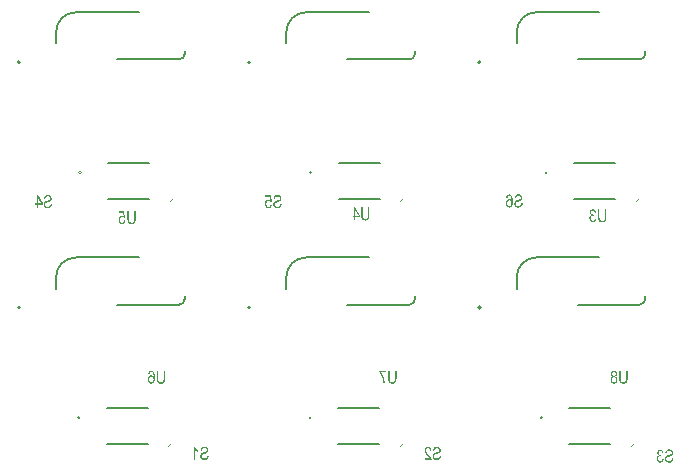
<source format=gbo>
G04*
G04 #@! TF.GenerationSoftware,Altium Limited,Altium Designer,25.4.2 (15)*
G04*
G04 Layer_Color=32896*
%FSLAX44Y44*%
%MOMM*%
G71*
G04*
G04 #@! TF.SameCoordinates,99B82A19-3900-4842-934D-00B4288F025C*
G04*
G04*
G04 #@! TF.FilePolarity,Positive*
G04*
G01*
G75*
%ADD11C,0.2000*%
%ADD12C,0.1000*%
%ADD14C,0.1270*%
%ADD108C,0.1524*%
G36*
X502794Y137852D02*
X502782Y137373D01*
X502758Y136929D01*
X502710Y136522D01*
X502662Y136138D01*
X502590Y135802D01*
X502519Y135503D01*
X502435Y135227D01*
X502351Y134987D01*
X502279Y134771D01*
X502195Y134603D01*
X502123Y134447D01*
X502051Y134328D01*
X502003Y134244D01*
X501955Y134172D01*
X501931Y134136D01*
X501919Y134124D01*
X501739Y133944D01*
X501559Y133776D01*
X501344Y133632D01*
X501140Y133512D01*
X500912Y133417D01*
X500696Y133333D01*
X500480Y133261D01*
X500265Y133201D01*
X500061Y133153D01*
X499881Y133129D01*
X499713Y133105D01*
X499557Y133081D01*
X499437D01*
X499342Y133069D01*
X499270D01*
X499042Y133081D01*
X498826Y133093D01*
X498610Y133129D01*
X498418Y133165D01*
X498238Y133201D01*
X498071Y133261D01*
X497915Y133309D01*
X497771Y133369D01*
X497639Y133417D01*
X497531Y133476D01*
X497435Y133524D01*
X497351Y133560D01*
X497291Y133608D01*
X497243Y133632D01*
X497220Y133644D01*
X497207Y133656D01*
X496920Y133896D01*
X496692Y134148D01*
X496488Y134424D01*
X496332Y134675D01*
X496224Y134903D01*
X496176Y134999D01*
X496141Y135083D01*
X496116Y135155D01*
X496092Y135203D01*
X496081Y135239D01*
Y135251D01*
X496021Y135443D01*
X495973Y135658D01*
X495901Y136090D01*
X495841Y136522D01*
X495805Y136929D01*
X495793Y137121D01*
X495781Y137301D01*
Y137457D01*
X495769Y137589D01*
Y137697D01*
Y137780D01*
Y137840D01*
Y137852D01*
Y144170D01*
X496956D01*
Y137864D01*
X496968Y137493D01*
X496980Y137157D01*
X497004Y136845D01*
X497040Y136558D01*
X497088Y136306D01*
X497136Y136078D01*
X497183Y135874D01*
X497243Y135706D01*
X497291Y135550D01*
X497351Y135419D01*
X497399Y135311D01*
X497435Y135227D01*
X497483Y135167D01*
X497507Y135119D01*
X497519Y135095D01*
X497531Y135083D01*
X497639Y134963D01*
X497771Y134855D01*
X497903Y134759D01*
X498059Y134675D01*
X498203Y134603D01*
X498358Y134543D01*
X498658Y134459D01*
X498790Y134436D01*
X498922Y134411D01*
X499042Y134400D01*
X499150Y134388D01*
X499234Y134376D01*
X499353D01*
X499629Y134388D01*
X499869Y134424D01*
X500097Y134483D01*
X500277Y134543D01*
X500433Y134603D01*
X500540Y134663D01*
X500612Y134699D01*
X500624Y134711D01*
X500636D01*
X500816Y134855D01*
X500972Y135011D01*
X501092Y135179D01*
X501200Y135347D01*
X501284Y135491D01*
X501332Y135610D01*
X501356Y135658D01*
X501368Y135694D01*
X501380Y135706D01*
Y135718D01*
X501416Y135850D01*
X501451Y136006D01*
X501488Y136162D01*
X501511Y136342D01*
X501547Y136689D01*
X501583Y137049D01*
Y137205D01*
X501595Y137361D01*
Y137505D01*
X501607Y137625D01*
Y137720D01*
Y137804D01*
Y137852D01*
Y137864D01*
Y144170D01*
X502794D01*
Y137852D01*
D02*
G37*
G36*
X491501Y144194D02*
X491693Y144170D01*
X491884Y144135D01*
X492052Y144087D01*
X492220Y144027D01*
X492376Y143955D01*
X492508Y143883D01*
X492640Y143811D01*
X492748Y143739D01*
X492856Y143667D01*
X492939Y143595D01*
X493011Y143535D01*
X493071Y143487D01*
X493107Y143451D01*
X493131Y143427D01*
X493143Y143415D01*
X493275Y143259D01*
X493383Y143103D01*
X493479Y142936D01*
X493563Y142768D01*
X493635Y142600D01*
X493695Y142432D01*
X493779Y142120D01*
X493815Y141965D01*
X493839Y141833D01*
X493851Y141713D01*
X493863Y141605D01*
X493875Y141521D01*
Y141461D01*
Y141413D01*
Y141401D01*
X493863Y141101D01*
X493827Y140837D01*
X493767Y140598D01*
X493707Y140394D01*
X493659Y140238D01*
X493599Y140106D01*
X493575Y140070D01*
X493563Y140034D01*
X493551Y140022D01*
Y140010D01*
X493407Y139818D01*
X493251Y139651D01*
X493083Y139495D01*
X492928Y139375D01*
X492784Y139279D01*
X492664Y139219D01*
X492616Y139195D01*
X492580Y139171D01*
X492568Y139159D01*
X492556D01*
X492832Y139051D01*
X493083Y138907D01*
X493299Y138740D01*
X493467Y138584D01*
X493611Y138440D01*
X493707Y138320D01*
X493743Y138272D01*
X493767Y138236D01*
X493791Y138212D01*
Y138200D01*
X493935Y137924D01*
X494042Y137625D01*
X494126Y137313D01*
X494174Y137025D01*
X494198Y136893D01*
X494210Y136773D01*
X494222Y136665D01*
Y136569D01*
X494234Y136498D01*
Y136438D01*
Y136402D01*
Y136390D01*
X494222Y136114D01*
X494198Y135862D01*
X494162Y135610D01*
X494102Y135383D01*
X494042Y135167D01*
X493970Y134975D01*
X493887Y134795D01*
X493815Y134627D01*
X493731Y134483D01*
X493659Y134352D01*
X493587Y134244D01*
X493527Y134148D01*
X493467Y134076D01*
X493431Y134028D01*
X493407Y133992D01*
X493395Y133980D01*
X493227Y133824D01*
X493059Y133680D01*
X492879Y133560D01*
X492712Y133452D01*
X492532Y133369D01*
X492352Y133297D01*
X492184Y133237D01*
X492016Y133189D01*
X491872Y133141D01*
X491729Y133117D01*
X491597Y133093D01*
X491489Y133081D01*
X491405D01*
X491345Y133069D01*
X491285D01*
X491057Y133081D01*
X490841Y133105D01*
X490626Y133153D01*
X490434Y133213D01*
X490242Y133285D01*
X490074Y133357D01*
X489918Y133440D01*
X489762Y133524D01*
X489643Y133608D01*
X489523Y133692D01*
X489427Y133764D01*
X489343Y133836D01*
X489271Y133896D01*
X489223Y133944D01*
X489199Y133968D01*
X489187Y133980D01*
X489031Y134160D01*
X488911Y134352D01*
X488791Y134543D01*
X488695Y134735D01*
X488611Y134939D01*
X488540Y135143D01*
X488492Y135335D01*
X488444Y135514D01*
X488408Y135682D01*
X488384Y135850D01*
X488360Y135994D01*
X488348Y136114D01*
X488336Y136210D01*
Y136294D01*
Y136342D01*
Y136354D01*
X488360Y136737D01*
X488408Y137085D01*
X488480Y137385D01*
X488516Y137517D01*
X488552Y137636D01*
X488600Y137756D01*
X488635Y137852D01*
X488671Y137936D01*
X488707Y137996D01*
X488743Y138056D01*
X488755Y138092D01*
X488779Y138116D01*
Y138128D01*
X488959Y138380D01*
X489151Y138596D01*
X489355Y138776D01*
X489559Y138919D01*
X489739Y139027D01*
X489882Y139099D01*
X489942Y139123D01*
X489978Y139147D01*
X490002Y139159D01*
X490014D01*
X489786Y139291D01*
X489583Y139423D01*
X489415Y139567D01*
X489271Y139699D01*
X489163Y139818D01*
X489091Y139926D01*
X489043Y139986D01*
X489031Y140010D01*
X488923Y140226D01*
X488839Y140454D01*
X488779Y140682D01*
X488731Y140885D01*
X488707Y141077D01*
Y141149D01*
X488695Y141221D01*
Y141281D01*
Y141317D01*
Y141341D01*
Y141353D01*
X488707Y141581D01*
X488731Y141809D01*
X488767Y142012D01*
X488815Y142204D01*
X488863Y142384D01*
X488935Y142552D01*
X488995Y142708D01*
X489067Y142852D01*
X489139Y142971D01*
X489199Y143091D01*
X489271Y143187D01*
X489319Y143259D01*
X489367Y143319D01*
X489403Y143367D01*
X489427Y143391D01*
X489439Y143403D01*
X489583Y143547D01*
X489726Y143667D01*
X489882Y143775D01*
X490038Y143871D01*
X490194Y143943D01*
X490350Y144015D01*
X490650Y144110D01*
X490782Y144135D01*
X490901Y144158D01*
X491021Y144182D01*
X491105Y144194D01*
X491189Y144206D01*
X491297D01*
X491501Y144194D01*
D02*
G37*
G36*
X307144Y137855D02*
X307132Y137376D01*
X307108Y136932D01*
X307060Y136524D01*
X307012Y136141D01*
X306940Y135805D01*
X306868Y135506D01*
X306784Y135230D01*
X306700Y134990D01*
X306628Y134774D01*
X306544Y134606D01*
X306472Y134451D01*
X306400Y134331D01*
X306352Y134247D01*
X306304Y134175D01*
X306280Y134139D01*
X306269Y134127D01*
X306089Y133947D01*
X305909Y133779D01*
X305693Y133635D01*
X305489Y133515D01*
X305261Y133419D01*
X305046Y133336D01*
X304830Y133264D01*
X304614Y133204D01*
X304410Y133156D01*
X304230Y133132D01*
X304062Y133108D01*
X303907Y133084D01*
X303787D01*
X303691Y133072D01*
X303619D01*
X303391Y133084D01*
X303175Y133096D01*
X302960Y133132D01*
X302768Y133168D01*
X302588Y133204D01*
X302420Y133264D01*
X302264Y133312D01*
X302120Y133371D01*
X301989Y133419D01*
X301881Y133479D01*
X301785Y133527D01*
X301701Y133563D01*
X301641Y133611D01*
X301593Y133635D01*
X301569Y133647D01*
X301557Y133659D01*
X301269Y133899D01*
X301041Y134151D01*
X300837Y134426D01*
X300682Y134678D01*
X300574Y134906D01*
X300526Y135002D01*
X300490Y135086D01*
X300466Y135158D01*
X300442Y135206D01*
X300430Y135242D01*
Y135254D01*
X300370Y135446D01*
X300322Y135661D01*
X300250Y136093D01*
X300190Y136524D01*
X300154Y136932D01*
X300142Y137124D01*
X300130Y137304D01*
Y137460D01*
X300118Y137591D01*
Y137699D01*
Y137783D01*
Y137843D01*
Y137855D01*
Y144173D01*
X301305D01*
Y137867D01*
X301317Y137496D01*
X301329Y137160D01*
X301353Y136848D01*
X301389Y136560D01*
X301437Y136309D01*
X301485Y136081D01*
X301533Y135877D01*
X301593Y135709D01*
X301641Y135553D01*
X301701Y135422D01*
X301749Y135314D01*
X301785Y135230D01*
X301833Y135170D01*
X301857Y135122D01*
X301869Y135098D01*
X301881Y135086D01*
X301989Y134966D01*
X302120Y134858D01*
X302252Y134762D01*
X302408Y134678D01*
X302552Y134606D01*
X302708Y134546D01*
X303008Y134462D01*
X303139Y134438D01*
X303271Y134415D01*
X303391Y134403D01*
X303499Y134390D01*
X303583Y134378D01*
X303703D01*
X303979Y134390D01*
X304218Y134426D01*
X304446Y134486D01*
X304626Y134546D01*
X304782Y134606D01*
X304890Y134666D01*
X304962Y134702D01*
X304974Y134714D01*
X304986D01*
X305166Y134858D01*
X305321Y135014D01*
X305441Y135182D01*
X305549Y135350D01*
X305633Y135493D01*
X305681Y135613D01*
X305705Y135661D01*
X305717Y135697D01*
X305729Y135709D01*
Y135721D01*
X305765Y135853D01*
X305801Y136009D01*
X305837Y136165D01*
X305861Y136345D01*
X305897Y136692D01*
X305933Y137052D01*
Y137208D01*
X305945Y137364D01*
Y137508D01*
X305957Y137627D01*
Y137723D01*
Y137807D01*
Y137855D01*
Y137867D01*
Y144173D01*
X307144D01*
Y137855D01*
D02*
G37*
G36*
X298500Y142747D02*
X294136D01*
X294447Y142291D01*
X294735Y141812D01*
X294999Y141344D01*
X295119Y141116D01*
X295227Y140900D01*
X295335Y140697D01*
X295419Y140517D01*
X295502Y140349D01*
X295562Y140205D01*
X295622Y140085D01*
X295658Y140001D01*
X295682Y139953D01*
X295694Y139929D01*
X295946Y139306D01*
X296174Y138682D01*
X296282Y138383D01*
X296366Y138095D01*
X296462Y137819D01*
X296534Y137568D01*
X296605Y137328D01*
X296665Y137112D01*
X296713Y136920D01*
X296761Y136752D01*
X296785Y136621D01*
X296809Y136524D01*
X296833Y136465D01*
Y136441D01*
X296905Y136105D01*
X296965Y135781D01*
X297025Y135470D01*
X297073Y135170D01*
X297109Y134894D01*
X297145Y134630D01*
X297169Y134390D01*
X297193Y134163D01*
X297217Y133959D01*
X297229Y133779D01*
X297241Y133623D01*
Y133491D01*
X297253Y133396D01*
Y133312D01*
Y133264D01*
Y133252D01*
X296138D01*
X296102Y133743D01*
X296042Y134247D01*
X295982Y134726D01*
X295898Y135206D01*
X295814Y135661D01*
X295718Y136105D01*
X295622Y136524D01*
X295515Y136920D01*
X295419Y137280D01*
X295335Y137604D01*
X295239Y137891D01*
X295167Y138131D01*
X295131Y138239D01*
X295107Y138335D01*
X295071Y138407D01*
X295059Y138479D01*
X295035Y138527D01*
X295023Y138563D01*
X295011Y138587D01*
Y138599D01*
X294819Y139090D01*
X294627Y139558D01*
X294436Y140001D01*
X294244Y140421D01*
X294040Y140816D01*
X293848Y141176D01*
X293668Y141500D01*
X293500Y141800D01*
X293333Y142075D01*
X293189Y142315D01*
X293057Y142507D01*
X292937Y142675D01*
X292853Y142819D01*
X292781Y142915D01*
X292733Y142963D01*
X292721Y142986D01*
Y144030D01*
X298500D01*
Y142747D01*
D02*
G37*
G36*
X99744Y144136D02*
X99984Y144088D01*
X100223Y144028D01*
X100439Y143932D01*
X100643Y143836D01*
X100835Y143716D01*
X101003Y143596D01*
X101171Y143476D01*
X101314Y143345D01*
X101434Y143225D01*
X101542Y143105D01*
X101626Y143009D01*
X101698Y142913D01*
X101758Y142853D01*
X101782Y142805D01*
X101794Y142793D01*
X101950Y142517D01*
X102082Y142218D01*
X102201Y141882D01*
X102309Y141522D01*
X102393Y141151D01*
X102465Y140779D01*
X102525Y140407D01*
X102573Y140048D01*
X102609Y139688D01*
X102633Y139364D01*
X102657Y139065D01*
X102669Y138813D01*
Y138693D01*
Y138597D01*
X102681Y138513D01*
Y138441D01*
Y138381D01*
Y138333D01*
Y138309D01*
Y138297D01*
X102669Y137782D01*
X102645Y137302D01*
X102597Y136859D01*
X102549Y136463D01*
X102477Y136091D01*
X102405Y135756D01*
X102321Y135456D01*
X102238Y135192D01*
X102166Y134952D01*
X102082Y134761D01*
X102010Y134593D01*
X101938Y134461D01*
X101890Y134353D01*
X101842Y134281D01*
X101818Y134233D01*
X101806Y134221D01*
X101638Y134005D01*
X101458Y133826D01*
X101278Y133658D01*
X101087Y133526D01*
X100895Y133406D01*
X100715Y133310D01*
X100535Y133226D01*
X100367Y133166D01*
X100199Y133106D01*
X100056Y133070D01*
X99912Y133046D01*
X99804Y133034D01*
X99708Y133022D01*
X99636Y133010D01*
X99576D01*
X99300Y133034D01*
X99037Y133082D01*
X98809Y133142D01*
X98605Y133226D01*
X98437Y133298D01*
X98305Y133370D01*
X98257Y133394D01*
X98221Y133418D01*
X98209Y133430D01*
X98197D01*
X97970Y133610D01*
X97778Y133813D01*
X97598Y134029D01*
X97454Y134245D01*
X97334Y134437D01*
X97286Y134521D01*
X97250Y134593D01*
X97214Y134653D01*
X97190Y134701D01*
X97178Y134725D01*
Y134737D01*
X97046Y135084D01*
X96938Y135432D01*
X96867Y135768D01*
X96819Y136067D01*
X96807Y136211D01*
X96795Y136331D01*
X96783Y136451D01*
X96771Y136547D01*
Y136619D01*
Y136679D01*
Y136715D01*
Y136727D01*
X96783Y137027D01*
X96807Y137302D01*
X96842Y137566D01*
X96890Y137818D01*
X96962Y138046D01*
X97022Y138249D01*
X97094Y138453D01*
X97166Y138621D01*
X97250Y138777D01*
X97322Y138921D01*
X97382Y139029D01*
X97442Y139124D01*
X97502Y139208D01*
X97538Y139256D01*
X97562Y139292D01*
X97574Y139304D01*
X97730Y139472D01*
X97886Y139628D01*
X98041Y139760D01*
X98197Y139868D01*
X98353Y139964D01*
X98509Y140036D01*
X98653Y140108D01*
X98797Y140155D01*
X98929Y140191D01*
X99049Y140227D01*
X99156Y140252D01*
X99240Y140263D01*
X99312D01*
X99372Y140275D01*
X99420D01*
X99660Y140263D01*
X99888Y140216D01*
X100091Y140155D01*
X100271Y140096D01*
X100427Y140024D01*
X100547Y139964D01*
X100583Y139940D01*
X100619Y139916D01*
X100631Y139904D01*
X100643D01*
X100847Y139748D01*
X101027Y139580D01*
X101194Y139400D01*
X101326Y139220D01*
X101434Y139065D01*
X101518Y138933D01*
X101554Y138885D01*
X101578Y138849D01*
X101590Y138826D01*
X101590Y138813D01*
Y138825D01*
X101590Y138826D01*
X101578Y139185D01*
X101566Y139520D01*
X101542Y139844D01*
X101506Y140132D01*
X101470Y140407D01*
X101422Y140659D01*
X101374Y140887D01*
X101338Y141091D01*
X101290Y141258D01*
X101242Y141414D01*
X101207Y141546D01*
X101159Y141654D01*
X101135Y141738D01*
X101110Y141798D01*
X101087Y141834D01*
Y141846D01*
X100979Y142062D01*
X100859Y142242D01*
X100727Y142397D01*
X100607Y142541D01*
X100475Y142661D01*
X100343Y142757D01*
X100223Y142829D01*
X100104Y142901D01*
X99996Y142949D01*
X99888Y142985D01*
X99792Y143009D01*
X99708Y143021D01*
X99648Y143033D01*
X99588Y143045D01*
X99432D01*
X99324Y143021D01*
X99120Y142961D01*
X98941Y142877D01*
X98785Y142781D01*
X98665Y142685D01*
X98569Y142601D01*
X98521Y142541D01*
X98497Y142529D01*
Y142517D01*
X98389Y142361D01*
X98293Y142182D01*
X98209Y141990D01*
X98149Y141786D01*
X98089Y141606D01*
X98053Y141462D01*
X98041Y141414D01*
Y141366D01*
X98029Y141342D01*
Y141330D01*
X96938Y141438D01*
X96974Y141678D01*
X97022Y141906D01*
X97070Y142110D01*
X97142Y142313D01*
X97202Y142493D01*
X97274Y142661D01*
X97346Y142805D01*
X97418Y142937D01*
X97490Y143057D01*
X97562Y143165D01*
X97622Y143249D01*
X97682Y143321D01*
X97730Y143380D01*
X97754Y143417D01*
X97778Y143441D01*
X97790Y143453D01*
X97921Y143572D01*
X98053Y143680D01*
X98197Y143776D01*
X98341Y143860D01*
X98485Y143920D01*
X98629Y143980D01*
X98893Y144064D01*
X99120Y144112D01*
X99228Y144124D01*
X99312Y144136D01*
X99384Y144148D01*
X99480D01*
X99744Y144136D01*
D02*
G37*
G36*
X111193Y137794D02*
X111181Y137314D01*
X111157Y136871D01*
X111109Y136463D01*
X111061Y136079D01*
X110989Y135744D01*
X110917Y135444D01*
X110834Y135168D01*
X110750Y134928D01*
X110678Y134713D01*
X110594Y134545D01*
X110522Y134389D01*
X110450Y134269D01*
X110402Y134185D01*
X110354Y134113D01*
X110330Y134077D01*
X110318Y134065D01*
X110138Y133885D01*
X109958Y133718D01*
X109742Y133574D01*
X109539Y133454D01*
X109311Y133358D01*
X109095Y133274D01*
X108879Y133202D01*
X108664Y133142D01*
X108460Y133094D01*
X108280Y133070D01*
X108112Y133046D01*
X107956Y133022D01*
X107836D01*
X107740Y133010D01*
X107668D01*
X107441Y133022D01*
X107225Y133034D01*
X107009Y133070D01*
X106817Y133106D01*
X106637Y133142D01*
X106469Y133202D01*
X106314Y133250D01*
X106170Y133310D01*
X106038Y133358D01*
X105930Y133418D01*
X105834Y133466D01*
X105750Y133502D01*
X105690Y133550D01*
X105642Y133574D01*
X105618Y133586D01*
X105606Y133598D01*
X105319Y133837D01*
X105091Y134089D01*
X104887Y134365D01*
X104731Y134617D01*
X104623Y134845D01*
X104575Y134940D01*
X104539Y135024D01*
X104515Y135096D01*
X104491Y135144D01*
X104479Y135180D01*
Y135192D01*
X104419Y135384D01*
X104372Y135600D01*
X104300Y136031D01*
X104240Y136463D01*
X104204Y136871D01*
X104192Y137062D01*
X104180Y137242D01*
Y137398D01*
X104168Y137530D01*
Y137638D01*
Y137722D01*
Y137782D01*
Y137794D01*
Y144112D01*
X105355D01*
Y137806D01*
X105367Y137434D01*
X105379Y137098D01*
X105402Y136787D01*
X105438Y136499D01*
X105486Y136247D01*
X105534Y136019D01*
X105582Y135816D01*
X105642Y135648D01*
X105690Y135492D01*
X105750Y135360D01*
X105798Y135252D01*
X105834Y135168D01*
X105882Y135108D01*
X105906Y135060D01*
X105918Y135036D01*
X105930Y135024D01*
X106038Y134904D01*
X106170Y134797D01*
X106302Y134701D01*
X106458Y134617D01*
X106601Y134545D01*
X106757Y134485D01*
X107057Y134401D01*
X107189Y134377D01*
X107321Y134353D01*
X107441Y134341D01*
X107549Y134329D01*
X107632Y134317D01*
X107752D01*
X108028Y134329D01*
X108268Y134365D01*
X108496Y134425D01*
X108675Y134485D01*
X108831Y134545D01*
X108939Y134605D01*
X109011Y134641D01*
X109023Y134653D01*
X109035D01*
X109215Y134797D01*
X109371Y134952D01*
X109491Y135120D01*
X109599Y135288D01*
X109683Y135432D01*
X109731Y135552D01*
X109754Y135600D01*
X109767Y135636D01*
X109778Y135648D01*
Y135660D01*
X109814Y135792D01*
X109850Y135948D01*
X109886Y136103D01*
X109910Y136283D01*
X109946Y136631D01*
X109982Y136990D01*
Y137146D01*
X109994Y137302D01*
Y137446D01*
X110006Y137566D01*
Y137662D01*
Y137746D01*
Y137794D01*
Y137806D01*
Y144112D01*
X111193D01*
Y137794D01*
D02*
G37*
G36*
X77617Y273414D02*
X76586Y273259D01*
X76479Y273438D01*
X76371Y273582D01*
X76263Y273714D01*
X76155Y273822D01*
X76047Y273918D01*
X75975Y273978D01*
X75927Y274014D01*
X75903Y274026D01*
X75735Y274122D01*
X75567Y274194D01*
X75412Y274242D01*
X75268Y274278D01*
X75136Y274302D01*
X75040Y274314D01*
X74956D01*
X74800Y274302D01*
X74656Y274290D01*
X74392Y274218D01*
X74153Y274110D01*
X73961Y273990D01*
X73793Y273870D01*
X73673Y273762D01*
X73637Y273726D01*
X73601Y273690D01*
X73589Y273678D01*
X73577Y273666D01*
X73481Y273534D01*
X73397Y273403D01*
X73253Y273115D01*
X73158Y272815D01*
X73098Y272515D01*
X73074Y272383D01*
X73050Y272264D01*
X73038Y272144D01*
Y272048D01*
X73026Y271964D01*
Y271904D01*
Y271868D01*
Y271856D01*
X73038Y271628D01*
X73050Y271412D01*
X73074Y271208D01*
X73110Y271029D01*
X73158Y270849D01*
X73205Y270681D01*
X73253Y270537D01*
X73313Y270405D01*
X73361Y270285D01*
X73421Y270189D01*
X73469Y270094D01*
X73505Y270022D01*
X73553Y269962D01*
X73577Y269926D01*
X73589Y269902D01*
X73601Y269890D01*
X73709Y269770D01*
X73817Y269662D01*
X73937Y269566D01*
X74045Y269482D01*
X74165Y269410D01*
X74272Y269350D01*
X74488Y269266D01*
X74680Y269218D01*
X74752Y269206D01*
X74824Y269194D01*
X74884Y269182D01*
X74956D01*
X75184Y269206D01*
X75388Y269266D01*
X75579Y269338D01*
X75735Y269434D01*
X75879Y269530D01*
X75975Y269602D01*
X76035Y269662D01*
X76059Y269686D01*
X76143Y269782D01*
X76215Y269902D01*
X76347Y270142D01*
X76455Y270393D01*
X76538Y270645D01*
X76586Y270873D01*
X76610Y270981D01*
X76634Y271065D01*
X76646Y271137D01*
Y271185D01*
X76658Y271220D01*
Y271232D01*
X77809Y271125D01*
X77785Y270861D01*
X77737Y270621D01*
X77689Y270381D01*
X77617Y270166D01*
X77545Y269962D01*
X77474Y269782D01*
X77390Y269614D01*
X77318Y269470D01*
X77234Y269326D01*
X77162Y269218D01*
X77090Y269111D01*
X77030Y269027D01*
X76970Y268967D01*
X76934Y268919D01*
X76910Y268895D01*
X76898Y268883D01*
X76742Y268739D01*
X76586Y268619D01*
X76418Y268511D01*
X76251Y268415D01*
X76083Y268343D01*
X75927Y268271D01*
X75615Y268175D01*
X75471Y268151D01*
X75339Y268127D01*
X75232Y268103D01*
X75124Y268091D01*
X75040Y268079D01*
X74932D01*
X74680Y268091D01*
X74428Y268127D01*
X74201Y268187D01*
X73997Y268259D01*
X73793Y268343D01*
X73613Y268439D01*
X73445Y268547D01*
X73289Y268655D01*
X73158Y268751D01*
X73038Y268859D01*
X72942Y268955D01*
X72858Y269039D01*
X72786Y269111D01*
X72738Y269170D01*
X72714Y269206D01*
X72702Y269218D01*
X72558Y269434D01*
X72426Y269662D01*
X72318Y269890D01*
X72210Y270130D01*
X72139Y270357D01*
X72067Y270585D01*
X72007Y270813D01*
X71971Y271017D01*
X71935Y271220D01*
X71911Y271400D01*
X71887Y271556D01*
X71875Y271700D01*
X71863Y271808D01*
Y271892D01*
Y271952D01*
Y271964D01*
X71875Y272264D01*
X71899Y272539D01*
X71935Y272803D01*
X71995Y273055D01*
X72055Y273283D01*
X72127Y273486D01*
X72199Y273690D01*
X72282Y273858D01*
X72354Y274014D01*
X72438Y274158D01*
X72510Y274266D01*
X72570Y274362D01*
X72630Y274445D01*
X72666Y274494D01*
X72690Y274529D01*
X72702Y274541D01*
X72858Y274709D01*
X73026Y274853D01*
X73194Y274985D01*
X73361Y275093D01*
X73517Y275189D01*
X73685Y275273D01*
X73841Y275333D01*
X73985Y275381D01*
X74129Y275417D01*
X74261Y275453D01*
X74369Y275476D01*
X74464Y275488D01*
X74548Y275501D01*
X74656D01*
X74824Y275488D01*
X74992Y275476D01*
X75148Y275441D01*
X75304Y275393D01*
X75591Y275285D01*
X75843Y275153D01*
X75951Y275093D01*
X76059Y275021D01*
X76143Y274961D01*
X76215Y274913D01*
X76275Y274865D01*
X76323Y274841D01*
X76347Y274817D01*
X76359Y274805D01*
X75891Y277754D01*
X72282D01*
Y279037D01*
X76742D01*
X77617Y273414D01*
D02*
G37*
G36*
X86369Y272863D02*
X86357Y272383D01*
X86333Y271940D01*
X86285Y271532D01*
X86237Y271149D01*
X86165Y270813D01*
X86094Y270513D01*
X86010Y270237D01*
X85926Y269998D01*
X85854Y269782D01*
X85770Y269614D01*
X85698Y269458D01*
X85626Y269338D01*
X85578Y269254D01*
X85530Y269182D01*
X85506Y269146D01*
X85494Y269135D01*
X85314Y268955D01*
X85134Y268787D01*
X84919Y268643D01*
X84715Y268523D01*
X84487Y268427D01*
X84271Y268343D01*
X84055Y268271D01*
X83840Y268211D01*
X83636Y268163D01*
X83456Y268139D01*
X83288Y268115D01*
X83132Y268091D01*
X83012D01*
X82916Y268079D01*
X82844D01*
X82617Y268091D01*
X82401Y268103D01*
X82185Y268139D01*
X81993Y268175D01*
X81813Y268211D01*
X81646Y268271D01*
X81490Y268319D01*
X81346Y268379D01*
X81214Y268427D01*
X81106Y268487D01*
X81010Y268535D01*
X80926Y268571D01*
X80866Y268619D01*
X80818Y268643D01*
X80794Y268655D01*
X80782Y268667D01*
X80495Y268907D01*
X80267Y269158D01*
X80063Y269434D01*
X79907Y269686D01*
X79799Y269914D01*
X79751Y270010D01*
X79715Y270094D01*
X79692Y270166D01*
X79668Y270214D01*
X79655Y270249D01*
Y270261D01*
X79596Y270453D01*
X79548Y270669D01*
X79476Y271101D01*
X79416Y271532D01*
X79380Y271940D01*
X79368Y272132D01*
X79356Y272311D01*
Y272467D01*
X79344Y272599D01*
Y272707D01*
Y272791D01*
Y272851D01*
Y272863D01*
Y279181D01*
X80531D01*
Y272875D01*
X80543Y272503D01*
X80555Y272168D01*
X80579Y271856D01*
X80615Y271568D01*
X80663Y271316D01*
X80710Y271089D01*
X80758Y270885D01*
X80818Y270717D01*
X80866Y270561D01*
X80926Y270429D01*
X80974Y270321D01*
X81010Y270237D01*
X81058Y270177D01*
X81082Y270130D01*
X81094Y270106D01*
X81106Y270094D01*
X81214Y269974D01*
X81346Y269866D01*
X81478Y269770D01*
X81634Y269686D01*
X81777Y269614D01*
X81933Y269554D01*
X82233Y269470D01*
X82365Y269446D01*
X82497Y269422D01*
X82617Y269410D01*
X82725Y269398D01*
X82809Y269386D01*
X82928D01*
X83204Y269398D01*
X83444Y269434D01*
X83672Y269494D01*
X83852Y269554D01*
X84008Y269614D01*
X84115Y269674D01*
X84187Y269710D01*
X84199Y269722D01*
X84211D01*
X84391Y269866D01*
X84547Y270022D01*
X84667Y270189D01*
X84775Y270357D01*
X84859Y270501D01*
X84907Y270621D01*
X84931Y270669D01*
X84943Y270705D01*
X84955Y270717D01*
Y270729D01*
X84991Y270861D01*
X85027Y271017D01*
X85063Y271173D01*
X85086Y271352D01*
X85122Y271700D01*
X85158Y272060D01*
Y272216D01*
X85170Y272371D01*
Y272515D01*
X85182Y272635D01*
Y272731D01*
Y272815D01*
Y272863D01*
Y272875D01*
Y279181D01*
X86369D01*
Y272863D01*
D02*
G37*
G36*
X284273Y275963D02*
X284262Y275483D01*
X284238Y275040D01*
X284190Y274632D01*
X284142Y274248D01*
X284070Y273913D01*
X283998Y273613D01*
X283914Y273337D01*
X283830Y273097D01*
X283758Y272882D01*
X283674Y272714D01*
X283602Y272558D01*
X283530Y272438D01*
X283482Y272354D01*
X283434Y272282D01*
X283410Y272246D01*
X283398Y272234D01*
X283218Y272054D01*
X283039Y271886D01*
X282823Y271743D01*
X282619Y271623D01*
X282391Y271527D01*
X282176Y271443D01*
X281960Y271371D01*
X281744Y271311D01*
X281540Y271263D01*
X281360Y271239D01*
X281192Y271215D01*
X281037Y271191D01*
X280917D01*
X280821Y271179D01*
X280749D01*
X280521Y271191D01*
X280305Y271203D01*
X280089Y271239D01*
X279898Y271275D01*
X279718Y271311D01*
X279550Y271371D01*
X279394Y271419D01*
X279250Y271479D01*
X279118Y271527D01*
X279011Y271587D01*
X278915Y271635D01*
X278831Y271671D01*
X278771Y271719D01*
X278723Y271743D01*
X278699Y271754D01*
X278687Y271766D01*
X278399Y272006D01*
X278171Y272258D01*
X277967Y272534D01*
X277812Y272786D01*
X277704Y273013D01*
X277656Y273109D01*
X277620Y273193D01*
X277596Y273265D01*
X277572Y273313D01*
X277560Y273349D01*
Y273361D01*
X277500Y273553D01*
X277452Y273769D01*
X277380Y274200D01*
X277320Y274632D01*
X277284Y275040D01*
X277272Y275231D01*
X277260Y275411D01*
Y275567D01*
X277248Y275699D01*
Y275807D01*
Y275891D01*
Y275951D01*
Y275963D01*
Y282281D01*
X278435D01*
Y275975D01*
X278447Y275603D01*
X278459Y275267D01*
X278483Y274956D01*
X278519Y274668D01*
X278567Y274416D01*
X278615Y274188D01*
X278663Y273985D01*
X278723Y273817D01*
X278771Y273661D01*
X278831Y273529D01*
X278879Y273421D01*
X278915Y273337D01*
X278962Y273277D01*
X278986Y273229D01*
X278999Y273205D01*
X279011Y273193D01*
X279118Y273073D01*
X279250Y272965D01*
X279382Y272869D01*
X279538Y272786D01*
X279682Y272714D01*
X279838Y272654D01*
X280137Y272570D01*
X280269Y272546D01*
X280401Y272522D01*
X280521Y272510D01*
X280629Y272498D01*
X280713Y272486D01*
X280833D01*
X281108Y272498D01*
X281348Y272534D01*
X281576Y272594D01*
X281756Y272654D01*
X281912Y272714D01*
X282020Y272774D01*
X282092Y272810D01*
X282104Y272822D01*
X282116D01*
X282295Y272965D01*
X282451Y273121D01*
X282571Y273289D01*
X282679Y273457D01*
X282763Y273601D01*
X282811Y273721D01*
X282835Y273769D01*
X282847Y273805D01*
X282859Y273817D01*
Y273829D01*
X282895Y273960D01*
X282931Y274116D01*
X282967Y274272D01*
X282991Y274452D01*
X283027Y274800D01*
X283063Y275159D01*
Y275315D01*
X283075Y275471D01*
Y275615D01*
X283087Y275735D01*
Y275831D01*
Y275915D01*
Y275963D01*
Y275975D01*
Y282281D01*
X284273D01*
Y275963D01*
D02*
G37*
G36*
X276073Y275207D02*
Y273972D01*
X272189D01*
Y271359D01*
X271098D01*
Y273972D01*
X269887D01*
Y275207D01*
X271098D01*
Y282281D01*
X271985D01*
X276073Y275207D01*
D02*
G37*
G36*
X473635Y280854D02*
X473815Y280830D01*
X473994Y280794D01*
X474162Y280758D01*
X474462Y280639D01*
X474594Y280579D01*
X474726Y280507D01*
X474834Y280435D01*
X474930Y280375D01*
X475014Y280315D01*
X475085Y280255D01*
X475145Y280219D01*
X475181Y280183D01*
X475205Y280159D01*
X475217Y280147D01*
X475349Y280003D01*
X475469Y279847D01*
X475661Y279512D01*
X475829Y279164D01*
X475949Y278828D01*
X475997Y278660D01*
X476033Y278517D01*
X476069Y278385D01*
X476093Y278265D01*
X476116Y278169D01*
X476129Y278097D01*
X476141Y278049D01*
Y278037D01*
X475050Y277797D01*
X474990Y278145D01*
X474918Y278445D01*
X474834Y278696D01*
X474738Y278900D01*
X474654Y279068D01*
X474582Y279176D01*
X474534Y279248D01*
X474510Y279272D01*
X474330Y279440D01*
X474150Y279560D01*
X473971Y279643D01*
X473803Y279703D01*
X473659Y279739D01*
X473539Y279751D01*
X473491Y279763D01*
X473431D01*
X473215Y279739D01*
X473011Y279691D01*
X472832Y279620D01*
X472676Y279536D01*
X472556Y279440D01*
X472460Y279368D01*
X472412Y279320D01*
X472388Y279296D01*
X472244Y279104D01*
X472136Y278900D01*
X472064Y278696D01*
X472004Y278505D01*
X471980Y278325D01*
X471968Y278193D01*
X471956Y278133D01*
Y278097D01*
Y278073D01*
Y278061D01*
Y277905D01*
X471980Y277761D01*
X472040Y277509D01*
X472124Y277282D01*
X472208Y277090D01*
X472304Y276934D01*
X472388Y276826D01*
X472448Y276754D01*
X472460Y276742D01*
X472472Y276730D01*
X472676Y276562D01*
X472892Y276443D01*
X473107Y276359D01*
X473323Y276299D01*
X473503Y276263D01*
X473587Y276251D01*
X473659D01*
X473707Y276239D01*
X473791D01*
X473959Y276263D01*
X474090Y275076D01*
X473923Y275124D01*
X473779Y275172D01*
X473647Y275196D01*
X473539Y275208D01*
X473443Y275220D01*
X473383Y275232D01*
X473323D01*
X473191Y275220D01*
X473059Y275208D01*
X472820Y275136D01*
X472616Y275052D01*
X472436Y274944D01*
X472280Y274836D01*
X472172Y274740D01*
X472112Y274668D01*
X472088Y274656D01*
Y274644D01*
X471992Y274536D01*
X471921Y274416D01*
X471789Y274165D01*
X471693Y273901D01*
X471633Y273661D01*
X471597Y273445D01*
X471585Y273349D01*
Y273265D01*
X471573Y273206D01*
Y273158D01*
Y273122D01*
Y273110D01*
Y272930D01*
X471597Y272750D01*
X471657Y272426D01*
X471753Y272150D01*
X471848Y271911D01*
X471897Y271815D01*
X471944Y271719D01*
X471992Y271647D01*
X472040Y271587D01*
X472076Y271527D01*
X472100Y271491D01*
X472112Y271479D01*
X472124Y271467D01*
X472232Y271359D01*
X472340Y271263D01*
X472448Y271167D01*
X472556Y271096D01*
X472784Y270988D01*
X472988Y270916D01*
X473167Y270868D01*
X473239Y270856D01*
X473299Y270844D01*
X473359Y270832D01*
X473431D01*
X473563Y270844D01*
X473683Y270856D01*
X473899Y270928D01*
X474102Y271035D01*
X474282Y271167D01*
X474450Y271335D01*
X474594Y271515D01*
X474714Y271707D01*
X474810Y271911D01*
X474906Y272115D01*
X474978Y272306D01*
X475038Y272486D01*
X475085Y272654D01*
X475121Y272786D01*
X475145Y272894D01*
X475157Y272966D01*
Y272990D01*
X476248Y272810D01*
X476224Y272546D01*
X476176Y272306D01*
X476129Y272079D01*
X476057Y271863D01*
X475997Y271659D01*
X475913Y271479D01*
X475841Y271311D01*
X475757Y271155D01*
X475685Y271012D01*
X475601Y270892D01*
X475541Y270796D01*
X475469Y270712D01*
X475421Y270640D01*
X475385Y270592D01*
X475361Y270568D01*
X475349Y270556D01*
X475193Y270412D01*
X475038Y270280D01*
X474870Y270172D01*
X474702Y270076D01*
X474546Y269993D01*
X474378Y269933D01*
X474222Y269873D01*
X474078Y269837D01*
X473935Y269801D01*
X473815Y269777D01*
X473695Y269753D01*
X473599Y269741D01*
X473515Y269729D01*
X473407D01*
X473179Y269741D01*
X472963Y269765D01*
X472748Y269813D01*
X472556Y269873D01*
X472364Y269944D01*
X472196Y270028D01*
X472028Y270112D01*
X471884Y270208D01*
X471753Y270292D01*
X471633Y270376D01*
X471525Y270460D01*
X471441Y270532D01*
X471369Y270592D01*
X471321Y270640D01*
X471297Y270664D01*
X471285Y270676D01*
X471129Y270868D01*
X470997Y271059D01*
X470877Y271263D01*
X470770Y271467D01*
X470686Y271671D01*
X470614Y271875D01*
X470554Y272079D01*
X470506Y272270D01*
X470470Y272438D01*
X470446Y272606D01*
X470422Y272762D01*
X470410Y272882D01*
X470398Y272990D01*
Y273074D01*
Y273122D01*
Y273134D01*
X470410Y273397D01*
X470434Y273637D01*
X470470Y273853D01*
X470506Y274045D01*
X470542Y274201D01*
X470578Y274321D01*
X470590Y274356D01*
X470602Y274392D01*
X470614Y274404D01*
Y274416D01*
X470698Y274620D01*
X470793Y274800D01*
X470889Y274956D01*
X470973Y275088D01*
X471057Y275196D01*
X471117Y275268D01*
X471165Y275315D01*
X471177Y275327D01*
X471309Y275447D01*
X471465Y275555D01*
X471609Y275639D01*
X471753Y275699D01*
X471872Y275759D01*
X471968Y275795D01*
X472040Y275807D01*
X472052Y275819D01*
X472064D01*
X471861Y275951D01*
X471681Y276095D01*
X471525Y276251D01*
X471393Y276395D01*
X471297Y276514D01*
X471225Y276622D01*
X471177Y276694D01*
X471165Y276706D01*
Y276718D01*
X471057Y276946D01*
X470973Y277162D01*
X470925Y277390D01*
X470877Y277593D01*
X470854Y277773D01*
Y277845D01*
X470841Y277917D01*
Y277965D01*
Y278001D01*
Y278025D01*
Y278037D01*
X470854Y278265D01*
X470877Y278481D01*
X470913Y278684D01*
X470961Y278864D01*
X471021Y279044D01*
X471081Y279212D01*
X471153Y279368D01*
X471225Y279512D01*
X471297Y279632D01*
X471369Y279739D01*
X471429Y279835D01*
X471489Y279919D01*
X471537Y279979D01*
X471573Y280027D01*
X471597Y280051D01*
X471609Y280063D01*
X471753Y280207D01*
X471908Y280327D01*
X472052Y280435D01*
X472208Y280531D01*
X472364Y280603D01*
X472520Y280674D01*
X472808Y280770D01*
X472939Y280794D01*
X473059Y280818D01*
X473167Y280842D01*
X473263Y280854D01*
X473335Y280866D01*
X473443D01*
X473635Y280854D01*
D02*
G37*
G36*
X484820Y274512D02*
X484808Y274033D01*
X484785Y273589D01*
X484737Y273181D01*
X484688Y272798D01*
X484617Y272462D01*
X484545Y272162D01*
X484461Y271887D01*
X484377Y271647D01*
X484305Y271431D01*
X484221Y271263D01*
X484149Y271108D01*
X484077Y270988D01*
X484029Y270904D01*
X483981Y270832D01*
X483957Y270796D01*
X483945Y270784D01*
X483765Y270604D01*
X483586Y270436D01*
X483370Y270292D01*
X483166Y270172D01*
X482938Y270076D01*
X482722Y269993D01*
X482507Y269921D01*
X482291Y269861D01*
X482087Y269813D01*
X481907Y269789D01*
X481739Y269765D01*
X481583Y269741D01*
X481464D01*
X481368Y269729D01*
X481296D01*
X481068Y269741D01*
X480852Y269753D01*
X480636Y269789D01*
X480444Y269825D01*
X480265Y269861D01*
X480097Y269921D01*
X479941Y269968D01*
X479797Y270028D01*
X479665Y270076D01*
X479557Y270136D01*
X479461Y270184D01*
X479378Y270220D01*
X479318Y270268D01*
X479270Y270292D01*
X479246Y270304D01*
X479234Y270316D01*
X478946Y270556D01*
X478718Y270808D01*
X478514Y271084D01*
X478358Y271335D01*
X478251Y271563D01*
X478203Y271659D01*
X478167Y271743D01*
X478143Y271815D01*
X478119Y271863D01*
X478107Y271899D01*
Y271911D01*
X478047Y272103D01*
X477999Y272318D01*
X477927Y272750D01*
X477867Y273181D01*
X477831Y273589D01*
X477819Y273781D01*
X477807Y273961D01*
Y274117D01*
X477795Y274249D01*
Y274356D01*
Y274440D01*
Y274500D01*
Y274512D01*
Y280830D01*
X478982D01*
Y274524D01*
X478994Y274153D01*
X479006Y273817D01*
X479030Y273505D01*
X479066Y273218D01*
X479114Y272966D01*
X479162Y272738D01*
X479210Y272534D01*
X479270Y272366D01*
X479318Y272210D01*
X479378Y272079D01*
X479426Y271971D01*
X479461Y271887D01*
X479509Y271827D01*
X479533Y271779D01*
X479545Y271755D01*
X479557Y271743D01*
X479665Y271623D01*
X479797Y271515D01*
X479929Y271419D01*
X480085Y271335D01*
X480229Y271263D01*
X480385Y271203D01*
X480684Y271119D01*
X480816Y271096D01*
X480948Y271071D01*
X481068Y271059D01*
X481176Y271047D01*
X481260Y271035D01*
X481380D01*
X481655Y271047D01*
X481895Y271084D01*
X482123Y271143D01*
X482303Y271203D01*
X482459Y271263D01*
X482566Y271323D01*
X482639Y271359D01*
X482650Y271371D01*
X482662D01*
X482842Y271515D01*
X482998Y271671D01*
X483118Y271839D01*
X483226Y272007D01*
X483310Y272150D01*
X483358Y272270D01*
X483382Y272318D01*
X483394Y272354D01*
X483406Y272366D01*
Y272378D01*
X483442Y272510D01*
X483478Y272666D01*
X483514Y272822D01*
X483538Y273002D01*
X483574Y273349D01*
X483610Y273709D01*
Y273865D01*
X483621Y274021D01*
Y274165D01*
X483633Y274284D01*
Y274380D01*
Y274464D01*
Y274512D01*
Y274524D01*
Y280830D01*
X484820D01*
Y274512D01*
D02*
G37*
G36*
X402808Y293300D02*
X403048Y293252D01*
X403288Y293192D01*
X403504Y293096D01*
X403708Y293000D01*
X403899Y292880D01*
X404067Y292760D01*
X404235Y292640D01*
X404379Y292508D01*
X404499Y292388D01*
X404607Y292269D01*
X404691Y292173D01*
X404763Y292077D01*
X404823Y292017D01*
X404846Y291969D01*
X404859Y291957D01*
X405014Y291681D01*
X405146Y291381D01*
X405266Y291046D01*
X405374Y290686D01*
X405458Y290314D01*
X405530Y289943D01*
X405590Y289571D01*
X405638Y289211D01*
X405674Y288852D01*
X405698Y288528D01*
X405722Y288228D01*
X405734Y287976D01*
Y287857D01*
Y287761D01*
X405746Y287677D01*
Y287605D01*
Y287545D01*
Y287497D01*
Y287473D01*
Y287461D01*
X405734Y286945D01*
X405710Y286466D01*
X405662Y286022D01*
X405614Y285627D01*
X405542Y285255D01*
X405470Y284919D01*
X405386Y284620D01*
X405302Y284356D01*
X405230Y284116D01*
X405146Y283924D01*
X405074Y283757D01*
X405002Y283625D01*
X404954Y283517D01*
X404906Y283445D01*
X404883Y283397D01*
X404870Y283385D01*
X404703Y283169D01*
X404523Y282989D01*
X404343Y282821D01*
X404151Y282689D01*
X403959Y282570D01*
X403779Y282474D01*
X403600Y282390D01*
X403432Y282330D01*
X403264Y282270D01*
X403120Y282234D01*
X402976Y282210D01*
X402868Y282198D01*
X402772Y282186D01*
X402701Y282174D01*
X402640D01*
X402365Y282198D01*
X402101Y282246D01*
X401873Y282306D01*
X401670Y282390D01*
X401502Y282462D01*
X401370Y282534D01*
X401322Y282558D01*
X401286Y282582D01*
X401274Y282593D01*
X401262D01*
X401034Y282773D01*
X400842Y282977D01*
X400662Y283193D01*
X400518Y283409D01*
X400399Y283601D01*
X400351Y283685D01*
X400315Y283757D01*
X400279Y283816D01*
X400255Y283864D01*
X400243Y283888D01*
Y283900D01*
X400111Y284248D01*
X400003Y284596D01*
X399931Y284931D01*
X399883Y285231D01*
X399871Y285375D01*
X399859Y285495D01*
X399847Y285615D01*
X399835Y285711D01*
Y285783D01*
Y285842D01*
Y285879D01*
Y285891D01*
X399847Y286190D01*
X399871Y286466D01*
X399907Y286730D01*
X399955Y286981D01*
X400027Y287209D01*
X400087Y287413D01*
X400159Y287617D01*
X400231Y287785D01*
X400315Y287941D01*
X400387Y288084D01*
X400447Y288192D01*
X400507Y288288D01*
X400566Y288372D01*
X400602Y288420D01*
X400626Y288456D01*
X400638Y288468D01*
X400794Y288636D01*
X400950Y288792D01*
X401106Y288924D01*
X401262Y289032D01*
X401418Y289127D01*
X401573Y289199D01*
X401717Y289271D01*
X401861Y289319D01*
X401993Y289355D01*
X402113Y289391D01*
X402221Y289415D01*
X402305Y289427D01*
X402377D01*
X402437Y289439D01*
X402485D01*
X402724Y289427D01*
X402952Y289379D01*
X403156Y289319D01*
X403336Y289259D01*
X403492Y289187D01*
X403612Y289127D01*
X403648Y289104D01*
X403684Y289079D01*
X403696Y289067D01*
X403708D01*
X403911Y288912D01*
X404091Y288744D01*
X404259Y288564D01*
X404391Y288384D01*
X404499Y288228D01*
X404583Y288096D01*
X404619Y288048D01*
X404643Y288013D01*
X404654Y287989D01*
X404643Y288348D01*
X404631Y288684D01*
X404607Y289008D01*
X404571Y289295D01*
X404535Y289571D01*
X404487Y289823D01*
X404439Y290051D01*
X404403Y290254D01*
X404355Y290422D01*
X404307Y290578D01*
X404271Y290710D01*
X404223Y290818D01*
X404199Y290902D01*
X404175Y290962D01*
X404151Y290998D01*
Y291010D01*
X404043Y291225D01*
X403923Y291405D01*
X403792Y291561D01*
X403672Y291705D01*
X403540Y291825D01*
X403408Y291921D01*
X403288Y291993D01*
X403168Y292065D01*
X403060Y292113D01*
X402952Y292149D01*
X402856Y292173D01*
X402772Y292185D01*
X402713Y292197D01*
X402653Y292209D01*
X402497D01*
X402389Y292185D01*
X402185Y292125D01*
X402005Y292041D01*
X401849Y291945D01*
X401729Y291849D01*
X401633Y291765D01*
X401586Y291705D01*
X401562Y291693D01*
Y291681D01*
X401454Y291525D01*
X401358Y291345D01*
X401274Y291154D01*
X401214Y290950D01*
X401154Y290770D01*
X401118Y290626D01*
X401106Y290578D01*
Y290530D01*
X401094Y290506D01*
Y290494D01*
X400003Y290602D01*
X400039Y290842D01*
X400087Y291070D01*
X400135Y291273D01*
X400207Y291477D01*
X400267Y291657D01*
X400339Y291825D01*
X400411Y291969D01*
X400483Y292101D01*
X400555Y292220D01*
X400626Y292328D01*
X400686Y292412D01*
X400746Y292484D01*
X400794Y292544D01*
X400818Y292580D01*
X400842Y292604D01*
X400854Y292616D01*
X400986Y292736D01*
X401118Y292844D01*
X401262Y292940D01*
X401406Y293024D01*
X401550Y293084D01*
X401693Y293144D01*
X401957Y293228D01*
X402185Y293276D01*
X402293Y293288D01*
X402377Y293300D01*
X402449Y293312D01*
X402545D01*
X402808Y293300D01*
D02*
G37*
G36*
X410721Y293455D02*
X410973Y293431D01*
X411213Y293384D01*
X411428Y293335D01*
X411632Y293276D01*
X411824Y293204D01*
X412004Y293120D01*
X412160Y293048D01*
X412304Y292964D01*
X412423Y292880D01*
X412531Y292808D01*
X412615Y292748D01*
X412687Y292700D01*
X412735Y292652D01*
X412759Y292628D01*
X412771Y292616D01*
X412915Y292448D01*
X413047Y292281D01*
X413167Y292101D01*
X413263Y291921D01*
X413346Y291741D01*
X413419Y291561D01*
X413466Y291393D01*
X413514Y291225D01*
X413550Y291070D01*
X413574Y290926D01*
X413598Y290794D01*
X413610Y290674D01*
X413622Y290590D01*
Y290518D01*
Y290470D01*
Y290458D01*
X413610Y290182D01*
X413574Y289943D01*
X413526Y289715D01*
X413478Y289511D01*
X413430Y289355D01*
X413382Y289235D01*
X413358Y289187D01*
X413346Y289151D01*
X413335Y289139D01*
Y289127D01*
X413215Y288924D01*
X413071Y288732D01*
X412939Y288576D01*
X412807Y288432D01*
X412687Y288324D01*
X412579Y288240D01*
X412519Y288192D01*
X412495Y288168D01*
X412387Y288096D01*
X412268Y288025D01*
X411992Y287893D01*
X411692Y287761D01*
X411392Y287653D01*
X411249Y287605D01*
X411129Y287557D01*
X411009Y287509D01*
X410901Y287485D01*
X410817Y287449D01*
X410757Y287425D01*
X410709Y287413D01*
X410697D01*
X410445Y287341D01*
X410205Y287269D01*
X410002Y287197D01*
X409810Y287137D01*
X409642Y287077D01*
X409486Y287017D01*
X409354Y286970D01*
X409234Y286922D01*
X409138Y286886D01*
X409055Y286850D01*
X408995Y286826D01*
X408935Y286802D01*
X408899Y286778D01*
X408875Y286766D01*
X408851Y286754D01*
X408695Y286658D01*
X408563Y286562D01*
X408455Y286466D01*
X408359Y286370D01*
X408299Y286298D01*
X408239Y286226D01*
X408215Y286178D01*
X408203Y286166D01*
X408131Y286022D01*
X408083Y285879D01*
X408036Y285747D01*
X408012Y285615D01*
X407999Y285495D01*
X407988Y285411D01*
Y285351D01*
Y285327D01*
X407999Y285171D01*
X408012Y285027D01*
X408083Y284764D01*
X408167Y284536D01*
X408275Y284344D01*
X408383Y284188D01*
X408479Y284080D01*
X408551Y284008D01*
X408563Y283996D01*
X408575Y283984D01*
X408815Y283816D01*
X409078Y283696D01*
X409354Y283601D01*
X409618Y283541D01*
X409858Y283505D01*
X409954Y283493D01*
X410038D01*
X410122Y283481D01*
X410218D01*
X410493Y283493D01*
X410733Y283529D01*
X410961Y283577D01*
X411165Y283637D01*
X411320Y283685D01*
X411440Y283732D01*
X411488Y283757D01*
X411524Y283768D01*
X411536Y283780D01*
X411548D01*
X411752Y283900D01*
X411944Y284032D01*
X412100Y284164D01*
X412220Y284296D01*
X412327Y284404D01*
X412399Y284500D01*
X412447Y284560D01*
X412459Y284584D01*
X412567Y284788D01*
X412651Y285015D01*
X412723Y285255D01*
X412771Y285483D01*
X412807Y285687D01*
X412831Y285771D01*
Y285854D01*
X412843Y285914D01*
X412855Y285962D01*
Y285986D01*
Y285998D01*
X413970Y285891D01*
X413958Y285579D01*
X413910Y285279D01*
X413862Y285003D01*
X413790Y284739D01*
X413718Y284500D01*
X413634Y284272D01*
X413538Y284068D01*
X413442Y283888D01*
X413358Y283720D01*
X413263Y283577D01*
X413179Y283457D01*
X413107Y283349D01*
X413047Y283277D01*
X412987Y283217D01*
X412963Y283181D01*
X412951Y283169D01*
X412759Y282989D01*
X412555Y282845D01*
X412340Y282713D01*
X412124Y282593D01*
X411896Y282498D01*
X411680Y282414D01*
X411464Y282354D01*
X411260Y282294D01*
X411057Y282258D01*
X410877Y282222D01*
X410721Y282210D01*
X410577Y282186D01*
X410457D01*
X410373Y282174D01*
X410301D01*
X409918Y282186D01*
X409570Y282234D01*
X409258Y282294D01*
X409114Y282330D01*
X408995Y282378D01*
X408875Y282414D01*
X408779Y282450D01*
X408683Y282474D01*
X408611Y282510D01*
X408551Y282534D01*
X408515Y282558D01*
X408491Y282570D01*
X408479D01*
X408215Y282737D01*
X407976Y282929D01*
X407772Y283121D01*
X407592Y283313D01*
X407460Y283481D01*
X407364Y283625D01*
X407328Y283673D01*
X407304Y283708D01*
X407280Y283732D01*
Y283745D01*
X407136Y284044D01*
X407028Y284332D01*
X406945Y284620D01*
X406897Y284883D01*
X406873Y285003D01*
X406861Y285111D01*
X406849Y285207D01*
Y285291D01*
X406837Y285351D01*
Y285411D01*
Y285435D01*
Y285447D01*
X406861Y285795D01*
X406909Y286094D01*
X406968Y286370D01*
X407052Y286610D01*
X407088Y286718D01*
X407136Y286802D01*
X407172Y286886D01*
X407196Y286945D01*
X407232Y286993D01*
X407244Y287029D01*
X407268Y287053D01*
Y287065D01*
X407436Y287305D01*
X407640Y287521D01*
X407844Y287713D01*
X408047Y287869D01*
X408227Y288001D01*
X408299Y288048D01*
X408371Y288096D01*
X408419Y288120D01*
X408467Y288144D01*
X408491Y288168D01*
X408503D01*
X408611Y288216D01*
X408743Y288276D01*
X408875Y288336D01*
X409019Y288384D01*
X409330Y288492D01*
X409630Y288600D01*
X409774Y288636D01*
X409918Y288684D01*
X410038Y288720D01*
X410145Y288756D01*
X410241Y288780D01*
X410301Y288804D01*
X410349Y288816D01*
X410361D01*
X410601Y288888D01*
X410829Y288960D01*
X411021Y289020D01*
X411200Y289091D01*
X411368Y289151D01*
X411512Y289211D01*
X411632Y289271D01*
X411740Y289319D01*
X411824Y289367D01*
X411908Y289415D01*
X411968Y289451D01*
X412016Y289487D01*
X412052Y289511D01*
X412076Y289535D01*
X412100Y289547D01*
X412232Y289703D01*
X412315Y289871D01*
X412387Y290039D01*
X412435Y290206D01*
X412459Y290350D01*
X412471Y290470D01*
X412483Y290518D01*
Y290554D01*
Y290566D01*
Y290578D01*
X412471Y290710D01*
X412459Y290830D01*
X412399Y291058D01*
X412315Y291261D01*
X412220Y291429D01*
X412124Y291561D01*
X412040Y291657D01*
X411980Y291717D01*
X411956Y291741D01*
X411740Y291897D01*
X411488Y292005D01*
X411236Y292089D01*
X410985Y292137D01*
X410769Y292173D01*
X410673Y292185D01*
X410589D01*
X410517Y292197D01*
X410241D01*
X410074Y292173D01*
X409762Y292113D01*
X409498Y292029D01*
X409282Y291945D01*
X409114Y291849D01*
X409043Y291801D01*
X408983Y291765D01*
X408947Y291729D01*
X408911Y291705D01*
X408887Y291693D01*
Y291681D01*
X408791Y291573D01*
X408695Y291465D01*
X408551Y291213D01*
X408443Y290950D01*
X408359Y290698D01*
X408299Y290458D01*
X408275Y290362D01*
X408263Y290278D01*
X408251Y290206D01*
X408239Y290147D01*
Y290110D01*
Y290098D01*
X407100Y290206D01*
X407124Y290566D01*
X407184Y290902D01*
X407256Y291189D01*
X407340Y291441D01*
X407376Y291549D01*
X407424Y291645D01*
X407460Y291729D01*
X407484Y291801D01*
X407520Y291861D01*
X407532Y291897D01*
X407556Y291921D01*
Y291933D01*
X407724Y292197D01*
X407904Y292424D01*
X408107Y292616D01*
X408287Y292784D01*
X408455Y292904D01*
X408599Y293000D01*
X408647Y293036D01*
X408683Y293048D01*
X408707Y293072D01*
X408719D01*
X409007Y293204D01*
X409306Y293300D01*
X409594Y293372D01*
X409870Y293419D01*
X409990Y293431D01*
X410098Y293443D01*
X410205Y293455D01*
X410289Y293467D01*
X410457D01*
X410721Y293455D01*
D02*
G37*
G36*
X201498Y286939D02*
X200467Y286783D01*
X200359Y286963D01*
X200251Y287107D01*
X200143Y287239D01*
X200035Y287347D01*
X199927Y287442D01*
X199855Y287502D01*
X199807Y287538D01*
X199783Y287550D01*
X199615Y287646D01*
X199448Y287718D01*
X199292Y287766D01*
X199148Y287802D01*
X199016Y287826D01*
X198920Y287838D01*
X198836D01*
X198680Y287826D01*
X198536Y287814D01*
X198273Y287742D01*
X198033Y287634D01*
X197841Y287514D01*
X197673Y287395D01*
X197553Y287287D01*
X197517Y287251D01*
X197481Y287215D01*
X197469Y287203D01*
X197457Y287191D01*
X197362Y287059D01*
X197278Y286927D01*
X197134Y286639D01*
X197038Y286340D01*
X196978Y286040D01*
X196954Y285908D01*
X196930Y285788D01*
X196918Y285668D01*
Y285572D01*
X196906Y285488D01*
Y285428D01*
Y285392D01*
Y285380D01*
X196918Y285153D01*
X196930Y284937D01*
X196954Y284733D01*
X196990Y284553D01*
X197038Y284373D01*
X197086Y284206D01*
X197134Y284062D01*
X197194Y283930D01*
X197242Y283810D01*
X197302Y283714D01*
X197349Y283618D01*
X197386Y283546D01*
X197433Y283486D01*
X197457Y283450D01*
X197469Y283426D01*
X197481Y283414D01*
X197589Y283294D01*
X197697Y283186D01*
X197817Y283091D01*
X197925Y283007D01*
X198045Y282935D01*
X198153Y282875D01*
X198369Y282791D01*
X198560Y282743D01*
X198632Y282731D01*
X198704Y282719D01*
X198764Y282707D01*
X198836D01*
X199064Y282731D01*
X199268Y282791D01*
X199459Y282863D01*
X199615Y282959D01*
X199759Y283055D01*
X199855Y283127D01*
X199915Y283186D01*
X199939Y283211D01*
X200023Y283306D01*
X200095Y283426D01*
X200227Y283666D01*
X200335Y283918D01*
X200419Y284170D01*
X200467Y284397D01*
X200491Y284505D01*
X200515Y284589D01*
X200527Y284661D01*
Y284709D01*
X200539Y284745D01*
Y284757D01*
X201689Y284649D01*
X201665Y284385D01*
X201618Y284146D01*
X201570Y283906D01*
X201498Y283690D01*
X201426Y283486D01*
X201354Y283306D01*
X201270Y283139D01*
X201198Y282995D01*
X201114Y282851D01*
X201042Y282743D01*
X200970Y282635D01*
X200910Y282551D01*
X200850Y282491D01*
X200814Y282443D01*
X200790Y282419D01*
X200778Y282407D01*
X200623Y282263D01*
X200467Y282143D01*
X200299Y282036D01*
X200131Y281940D01*
X199963Y281868D01*
X199807Y281796D01*
X199496Y281700D01*
X199352Y281676D01*
X199220Y281652D01*
X199112Y281628D01*
X199004Y281616D01*
X198920Y281604D01*
X198812D01*
X198560Y281616D01*
X198309Y281652D01*
X198081Y281712D01*
X197877Y281784D01*
X197673Y281868D01*
X197493Y281964D01*
X197325Y282071D01*
X197170Y282179D01*
X197038Y282275D01*
X196918Y282383D01*
X196822Y282479D01*
X196738Y282563D01*
X196666Y282635D01*
X196618Y282695D01*
X196594Y282731D01*
X196582Y282743D01*
X196438Y282959D01*
X196306Y283186D01*
X196199Y283414D01*
X196091Y283654D01*
X196019Y283882D01*
X195947Y284110D01*
X195887Y284337D01*
X195851Y284541D01*
X195815Y284745D01*
X195791Y284925D01*
X195767Y285081D01*
X195755Y285225D01*
X195743Y285333D01*
Y285416D01*
Y285476D01*
Y285488D01*
X195755Y285788D01*
X195779Y286064D01*
X195815Y286328D01*
X195875Y286579D01*
X195935Y286807D01*
X196007Y287011D01*
X196079Y287215D01*
X196163Y287383D01*
X196235Y287538D01*
X196318Y287682D01*
X196390Y287790D01*
X196450Y287886D01*
X196510Y287970D01*
X196546Y288018D01*
X196570Y288054D01*
X196582Y288066D01*
X196738Y288234D01*
X196906Y288378D01*
X197074Y288510D01*
X197242Y288617D01*
X197397Y288713D01*
X197565Y288797D01*
X197721Y288857D01*
X197865Y288905D01*
X198009Y288941D01*
X198141Y288977D01*
X198249Y289001D01*
X198345Y289013D01*
X198428Y289025D01*
X198536D01*
X198704Y289013D01*
X198872Y289001D01*
X199028Y288965D01*
X199184Y288917D01*
X199471Y288809D01*
X199723Y288677D01*
X199831Y288617D01*
X199939Y288545D01*
X200023Y288486D01*
X200095Y288438D01*
X200155Y288390D01*
X200203Y288366D01*
X200227Y288342D01*
X200239Y288330D01*
X199771Y291279D01*
X196163D01*
Y292562D01*
X200623D01*
X201498Y286939D01*
D02*
G37*
G36*
X206713Y292885D02*
X206964Y292861D01*
X207204Y292813D01*
X207420Y292766D01*
X207624Y292706D01*
X207816Y292634D01*
X207996Y292550D01*
X208151Y292478D01*
X208295Y292394D01*
X208415Y292310D01*
X208523Y292238D01*
X208607Y292178D01*
X208679Y292130D01*
X208727Y292082D01*
X208751Y292058D01*
X208763Y292046D01*
X208907Y291878D01*
X209039Y291710D01*
X209158Y291531D01*
X209254Y291351D01*
X209338Y291171D01*
X209410Y290991D01*
X209458Y290823D01*
X209506Y290655D01*
X209542Y290500D01*
X209566Y290356D01*
X209590Y290224D01*
X209602Y290104D01*
X209614Y290020D01*
Y289948D01*
Y289900D01*
Y289888D01*
X209602Y289613D01*
X209566Y289373D01*
X209518Y289145D01*
X209470Y288941D01*
X209422Y288785D01*
X209374Y288665D01*
X209350Y288617D01*
X209338Y288582D01*
X209326Y288570D01*
Y288557D01*
X209206Y288354D01*
X209063Y288162D01*
X208931Y288006D01*
X208799Y287862D01*
X208679Y287754D01*
X208571Y287670D01*
X208511Y287622D01*
X208487Y287598D01*
X208379Y287526D01*
X208259Y287454D01*
X207984Y287323D01*
X207684Y287191D01*
X207384Y287083D01*
X207240Y287035D01*
X207120Y286987D01*
X207001Y286939D01*
X206893Y286915D01*
X206809Y286879D01*
X206749Y286855D01*
X206701Y286843D01*
X206689D01*
X206437Y286771D01*
X206197Y286699D01*
X205993Y286627D01*
X205802Y286567D01*
X205634Y286507D01*
X205478Y286448D01*
X205346Y286399D01*
X205226Y286352D01*
X205130Y286316D01*
X205046Y286280D01*
X204986Y286256D01*
X204926Y286232D01*
X204890Y286208D01*
X204867Y286196D01*
X204842Y286184D01*
X204687Y286088D01*
X204555Y285992D01*
X204447Y285896D01*
X204351Y285800D01*
X204291Y285728D01*
X204231Y285656D01*
X204207Y285608D01*
X204195Y285596D01*
X204123Y285452D01*
X204075Y285308D01*
X204027Y285177D01*
X204003Y285045D01*
X203991Y284925D01*
X203979Y284841D01*
Y284781D01*
Y284757D01*
X203991Y284601D01*
X204003Y284457D01*
X204075Y284194D01*
X204159Y283966D01*
X204267Y283774D01*
X204375Y283618D01*
X204471Y283510D01*
X204543Y283438D01*
X204555Y283426D01*
X204567Y283414D01*
X204806Y283246D01*
X205070Y283127D01*
X205346Y283031D01*
X205610Y282971D01*
X205850Y282935D01*
X205945Y282923D01*
X206029D01*
X206113Y282911D01*
X206209D01*
X206485Y282923D01*
X206725Y282959D01*
X206952Y283007D01*
X207156Y283067D01*
X207312Y283115D01*
X207432Y283162D01*
X207480Y283186D01*
X207516Y283199D01*
X207528Y283211D01*
X207540D01*
X207744Y283330D01*
X207936Y283462D01*
X208092Y283594D01*
X208211Y283726D01*
X208319Y283834D01*
X208391Y283930D01*
X208439Y283990D01*
X208451Y284014D01*
X208559Y284217D01*
X208643Y284445D01*
X208715Y284685D01*
X208763Y284913D01*
X208799Y285117D01*
X208823Y285201D01*
Y285285D01*
X208835Y285345D01*
X208847Y285392D01*
Y285416D01*
Y285428D01*
X209962Y285320D01*
X209950Y285009D01*
X209902Y284709D01*
X209854Y284433D01*
X209782Y284170D01*
X209710Y283930D01*
X209626Y283702D01*
X209530Y283498D01*
X209434Y283318D01*
X209350Y283151D01*
X209254Y283007D01*
X209170Y282887D01*
X209098Y282779D01*
X209039Y282707D01*
X208979Y282647D01*
X208955Y282611D01*
X208943Y282599D01*
X208751Y282419D01*
X208547Y282275D01*
X208331Y282143D01*
X208116Y282024D01*
X207888Y281928D01*
X207672Y281844D01*
X207456Y281784D01*
X207252Y281724D01*
X207048Y281688D01*
X206869Y281652D01*
X206713Y281640D01*
X206569Y281616D01*
X206449D01*
X206365Y281604D01*
X206293D01*
X205910Y281616D01*
X205562Y281664D01*
X205250Y281724D01*
X205106Y281760D01*
X204986Y281808D01*
X204867Y281844D01*
X204771Y281880D01*
X204675Y281904D01*
X204603Y281940D01*
X204543Y281964D01*
X204507Y281988D01*
X204483Y282000D01*
X204471D01*
X204207Y282167D01*
X203967Y282359D01*
X203764Y282551D01*
X203584Y282743D01*
X203452Y282911D01*
X203356Y283055D01*
X203320Y283103D01*
X203296Y283139D01*
X203272Y283162D01*
Y283174D01*
X203128Y283474D01*
X203020Y283762D01*
X202936Y284050D01*
X202888Y284314D01*
X202864Y284433D01*
X202852Y284541D01*
X202840Y284637D01*
Y284721D01*
X202828Y284781D01*
Y284841D01*
Y284865D01*
Y284877D01*
X202852Y285225D01*
X202900Y285524D01*
X202960Y285800D01*
X203044Y286040D01*
X203080Y286148D01*
X203128Y286232D01*
X203164Y286316D01*
X203188Y286376D01*
X203224Y286423D01*
X203236Y286459D01*
X203260Y286483D01*
Y286495D01*
X203428Y286735D01*
X203632Y286951D01*
X203836Y287143D01*
X204039Y287299D01*
X204219Y287430D01*
X204291Y287479D01*
X204363Y287526D01*
X204411Y287550D01*
X204459Y287574D01*
X204483Y287598D01*
X204495D01*
X204603Y287646D01*
X204735Y287706D01*
X204867Y287766D01*
X205010Y287814D01*
X205322Y287922D01*
X205622Y288030D01*
X205766Y288066D01*
X205910Y288114D01*
X206029Y288150D01*
X206137Y288186D01*
X206233Y288210D01*
X206293Y288234D01*
X206341Y288246D01*
X206353D01*
X206593Y288318D01*
X206821Y288390D01*
X207013Y288450D01*
X207192Y288521D01*
X207360Y288582D01*
X207504Y288641D01*
X207624Y288701D01*
X207732Y288749D01*
X207816Y288797D01*
X207900Y288845D01*
X207960Y288881D01*
X208008Y288917D01*
X208043Y288941D01*
X208067Y288965D01*
X208092Y288977D01*
X208223Y289133D01*
X208307Y289301D01*
X208379Y289469D01*
X208427Y289636D01*
X208451Y289780D01*
X208463Y289900D01*
X208475Y289948D01*
Y289984D01*
Y289996D01*
Y290008D01*
X208463Y290140D01*
X208451Y290260D01*
X208391Y290488D01*
X208307Y290692D01*
X208211Y290859D01*
X208116Y290991D01*
X208032Y291087D01*
X207972Y291147D01*
X207948Y291171D01*
X207732Y291327D01*
X207480Y291435D01*
X207228Y291519D01*
X206977Y291567D01*
X206761Y291603D01*
X206665Y291615D01*
X206581D01*
X206509Y291627D01*
X206233D01*
X206065Y291603D01*
X205754Y291543D01*
X205490Y291459D01*
X205274Y291375D01*
X205106Y291279D01*
X205034Y291231D01*
X204974Y291195D01*
X204938Y291159D01*
X204902Y291135D01*
X204879Y291123D01*
Y291111D01*
X204783Y291003D01*
X204687Y290895D01*
X204543Y290644D01*
X204435Y290380D01*
X204351Y290128D01*
X204291Y289888D01*
X204267Y289792D01*
X204255Y289708D01*
X204243Y289636D01*
X204231Y289576D01*
Y289541D01*
Y289529D01*
X203092Y289636D01*
X203116Y289996D01*
X203176Y290332D01*
X203248Y290620D01*
X203332Y290871D01*
X203368Y290979D01*
X203416Y291075D01*
X203452Y291159D01*
X203476Y291231D01*
X203512Y291291D01*
X203524Y291327D01*
X203548Y291351D01*
Y291363D01*
X203716Y291627D01*
X203895Y291854D01*
X204099Y292046D01*
X204279Y292214D01*
X204447Y292334D01*
X204591Y292430D01*
X204639Y292466D01*
X204675Y292478D01*
X204699Y292502D01*
X204711D01*
X204998Y292634D01*
X205298Y292730D01*
X205586Y292801D01*
X205862Y292850D01*
X205982Y292861D01*
X206089Y292873D01*
X206197Y292885D01*
X206281Y292897D01*
X206449D01*
X206713Y292885D01*
D02*
G37*
G36*
X7628Y285632D02*
Y284397D01*
X3744D01*
Y281784D01*
X2653D01*
Y284397D01*
X1442D01*
Y285632D01*
X2653D01*
Y292706D01*
X3540D01*
X7628Y285632D01*
D02*
G37*
G36*
X12292Y292885D02*
X12544Y292861D01*
X12784Y292813D01*
X13000Y292766D01*
X13203Y292706D01*
X13395Y292634D01*
X13575Y292550D01*
X13731Y292478D01*
X13875Y292394D01*
X13995Y292310D01*
X14102Y292238D01*
X14186Y292178D01*
X14258Y292130D01*
X14306Y292082D01*
X14330Y292058D01*
X14342Y292046D01*
X14486Y291878D01*
X14618Y291710D01*
X14738Y291531D01*
X14834Y291351D01*
X14918Y291171D01*
X14990Y290991D01*
X15038Y290823D01*
X15086Y290655D01*
X15122Y290500D01*
X15145Y290356D01*
X15170Y290224D01*
X15181Y290104D01*
X15193Y290020D01*
Y289948D01*
Y289900D01*
Y289888D01*
X15181Y289613D01*
X15145Y289373D01*
X15098Y289145D01*
X15050Y288941D01*
X15002Y288785D01*
X14954Y288665D01*
X14930Y288617D01*
X14918Y288582D01*
X14906Y288570D01*
Y288557D01*
X14786Y288354D01*
X14642Y288162D01*
X14510Y288006D01*
X14378Y287862D01*
X14258Y287754D01*
X14150Y287670D01*
X14090Y287622D01*
X14066Y287598D01*
X13959Y287526D01*
X13839Y287454D01*
X13563Y287323D01*
X13263Y287191D01*
X12964Y287083D01*
X12820Y287035D01*
X12700Y286987D01*
X12580Y286939D01*
X12472Y286915D01*
X12388Y286879D01*
X12328Y286855D01*
X12280Y286843D01*
X12268D01*
X12016Y286771D01*
X11777Y286699D01*
X11573Y286627D01*
X11381Y286567D01*
X11213Y286507D01*
X11057Y286448D01*
X10925Y286399D01*
X10805Y286352D01*
X10710Y286316D01*
X10626Y286280D01*
X10566Y286256D01*
X10506Y286232D01*
X10470Y286208D01*
X10446Y286196D01*
X10422Y286184D01*
X10266Y286088D01*
X10134Y285992D01*
X10026Y285896D01*
X9930Y285800D01*
X9870Y285728D01*
X9811Y285656D01*
X9786Y285608D01*
X9775Y285596D01*
X9703Y285452D01*
X9655Y285308D01*
X9607Y285177D01*
X9583Y285045D01*
X9571Y284925D01*
X9559Y284841D01*
Y284781D01*
Y284757D01*
X9571Y284601D01*
X9583Y284457D01*
X9655Y284194D01*
X9739Y283966D01*
X9846Y283774D01*
X9954Y283618D01*
X10050Y283510D01*
X10122Y283438D01*
X10134Y283426D01*
X10146Y283414D01*
X10386Y283246D01*
X10650Y283127D01*
X10925Y283031D01*
X11189Y282971D01*
X11429Y282935D01*
X11525Y282923D01*
X11609D01*
X11693Y282911D01*
X11789D01*
X12064Y282923D01*
X12304Y282959D01*
X12532Y283007D01*
X12736Y283067D01*
X12892Y283115D01*
X13011Y283162D01*
X13059Y283186D01*
X13095Y283199D01*
X13107Y283211D01*
X13119D01*
X13323Y283330D01*
X13515Y283462D01*
X13671Y283594D01*
X13791Y283726D01*
X13899Y283834D01*
X13971Y283930D01*
X14018Y283990D01*
X14030Y284014D01*
X14138Y284217D01*
X14222Y284445D01*
X14294Y284685D01*
X14342Y284913D01*
X14378Y285117D01*
X14402Y285201D01*
Y285285D01*
X14414Y285345D01*
X14426Y285392D01*
Y285416D01*
Y285428D01*
X15541Y285320D01*
X15529Y285009D01*
X15481Y284709D01*
X15433Y284433D01*
X15361Y284170D01*
X15289Y283930D01*
X15205Y283702D01*
X15109Y283498D01*
X15014Y283318D01*
X14930Y283151D01*
X14834Y283007D01*
X14750Y282887D01*
X14678Y282779D01*
X14618Y282707D01*
X14558Y282647D01*
X14534Y282611D01*
X14522Y282599D01*
X14330Y282419D01*
X14126Y282275D01*
X13911Y282143D01*
X13695Y282024D01*
X13467Y281928D01*
X13251Y281844D01*
X13036Y281784D01*
X12832Y281724D01*
X12628Y281688D01*
X12448Y281652D01*
X12292Y281640D01*
X12148Y281616D01*
X12028D01*
X11945Y281604D01*
X11873D01*
X11489Y281616D01*
X11141Y281664D01*
X10829Y281724D01*
X10686Y281760D01*
X10566Y281808D01*
X10446Y281844D01*
X10350Y281880D01*
X10254Y281904D01*
X10182Y281940D01*
X10122Y281964D01*
X10086Y281988D01*
X10062Y282000D01*
X10050D01*
X9786Y282167D01*
X9547Y282359D01*
X9343Y282551D01*
X9163Y282743D01*
X9031Y282911D01*
X8935Y283055D01*
X8899Y283103D01*
X8875Y283139D01*
X8851Y283162D01*
Y283174D01*
X8708Y283474D01*
X8600Y283762D01*
X8516Y284050D01*
X8468Y284314D01*
X8444Y284433D01*
X8432Y284541D01*
X8420Y284637D01*
Y284721D01*
X8408Y284781D01*
Y284841D01*
Y284865D01*
Y284877D01*
X8432Y285225D01*
X8480Y285524D01*
X8540Y285800D01*
X8624Y286040D01*
X8659Y286148D01*
X8708Y286232D01*
X8744Y286316D01*
X8767Y286376D01*
X8803Y286423D01*
X8815Y286459D01*
X8839Y286483D01*
Y286495D01*
X9007Y286735D01*
X9211Y286951D01*
X9415Y287143D01*
X9619Y287299D01*
X9798Y287430D01*
X9870Y287479D01*
X9942Y287526D01*
X9990Y287550D01*
X10038Y287574D01*
X10062Y287598D01*
X10074D01*
X10182Y287646D01*
X10314Y287706D01*
X10446Y287766D01*
X10590Y287814D01*
X10901Y287922D01*
X11201Y288030D01*
X11345Y288066D01*
X11489Y288114D01*
X11609Y288150D01*
X11717Y288186D01*
X11813Y288210D01*
X11873Y288234D01*
X11920Y288246D01*
X11932D01*
X12172Y288318D01*
X12400Y288390D01*
X12592Y288450D01*
X12772Y288521D01*
X12939Y288582D01*
X13083Y288641D01*
X13203Y288701D01*
X13311Y288749D01*
X13395Y288797D01*
X13479Y288845D01*
X13539Y288881D01*
X13587Y288917D01*
X13623Y288941D01*
X13647Y288965D01*
X13671Y288977D01*
X13803Y289133D01*
X13887Y289301D01*
X13959Y289469D01*
X14007Y289636D01*
X14030Y289780D01*
X14043Y289900D01*
X14054Y289948D01*
Y289984D01*
Y289996D01*
Y290008D01*
X14043Y290140D01*
X14030Y290260D01*
X13971Y290488D01*
X13887Y290692D01*
X13791Y290859D01*
X13695Y290991D01*
X13611Y291087D01*
X13551Y291147D01*
X13527Y291171D01*
X13311Y291327D01*
X13059Y291435D01*
X12808Y291519D01*
X12556Y291567D01*
X12340Y291603D01*
X12244Y291615D01*
X12160D01*
X12088Y291627D01*
X11813D01*
X11645Y291603D01*
X11333Y291543D01*
X11069Y291459D01*
X10854Y291375D01*
X10686Y291279D01*
X10614Y291231D01*
X10554Y291195D01*
X10518Y291159D01*
X10482Y291135D01*
X10458Y291123D01*
Y291111D01*
X10362Y291003D01*
X10266Y290895D01*
X10122Y290644D01*
X10014Y290380D01*
X9930Y290128D01*
X9870Y289888D01*
X9846Y289792D01*
X9834Y289708D01*
X9822Y289636D01*
X9811Y289576D01*
Y289541D01*
Y289529D01*
X8672Y289636D01*
X8695Y289996D01*
X8755Y290332D01*
X8827Y290620D01*
X8911Y290871D01*
X8947Y290979D01*
X8995Y291075D01*
X9031Y291159D01*
X9055Y291231D01*
X9091Y291291D01*
X9103Y291327D01*
X9127Y291351D01*
Y291363D01*
X9295Y291627D01*
X9475Y291854D01*
X9679Y292046D01*
X9858Y292214D01*
X10026Y292334D01*
X10170Y292430D01*
X10218Y292466D01*
X10254Y292478D01*
X10278Y292502D01*
X10290D01*
X10578Y292634D01*
X10877Y292730D01*
X11165Y292801D01*
X11441Y292850D01*
X11561Y292861D01*
X11669Y292873D01*
X11777Y292885D01*
X11861Y292897D01*
X12028D01*
X12292Y292885D01*
D02*
G37*
G36*
X530746Y77280D02*
X530926Y77256D01*
X531106Y77220D01*
X531273Y77184D01*
X531573Y77064D01*
X531705Y77004D01*
X531837Y76932D01*
X531945Y76860D01*
X532041Y76800D01*
X532125Y76740D01*
X532197Y76680D01*
X532257Y76644D01*
X532293Y76609D01*
X532317Y76585D01*
X532328Y76572D01*
X532460Y76429D01*
X532580Y76273D01*
X532772Y75937D01*
X532940Y75589D01*
X533060Y75254D01*
X533108Y75086D01*
X533144Y74942D01*
X533180Y74810D01*
X533204Y74690D01*
X533228Y74594D01*
X533240Y74522D01*
X533252Y74475D01*
Y74462D01*
X532161Y74223D01*
X532101Y74570D01*
X532029Y74870D01*
X531945Y75122D01*
X531849Y75326D01*
X531765Y75493D01*
X531693Y75601D01*
X531645Y75673D01*
X531621Y75697D01*
X531441Y75865D01*
X531261Y75985D01*
X531082Y76069D01*
X530914Y76129D01*
X530770Y76165D01*
X530650Y76177D01*
X530602Y76189D01*
X530542D01*
X530326Y76165D01*
X530123Y76117D01*
X529943Y76045D01*
X529787Y75961D01*
X529667Y75865D01*
X529571Y75793D01*
X529523Y75745D01*
X529499Y75721D01*
X529355Y75529D01*
X529247Y75326D01*
X529175Y75122D01*
X529115Y74930D01*
X529092Y74750D01*
X529080Y74618D01*
X529068Y74558D01*
Y74522D01*
Y74499D01*
Y74486D01*
Y74331D01*
X529092Y74187D01*
X529151Y73935D01*
X529235Y73707D01*
X529319Y73515D01*
X529415Y73359D01*
X529499Y73252D01*
X529559Y73180D01*
X529571Y73168D01*
X529583Y73156D01*
X529787Y72988D01*
X530003Y72868D01*
X530219Y72784D01*
X530434Y72724D01*
X530614Y72688D01*
X530698Y72676D01*
X530770D01*
X530818Y72664D01*
X530902D01*
X531070Y72688D01*
X531202Y71501D01*
X531034Y71549D01*
X530890Y71597D01*
X530758Y71621D01*
X530650Y71633D01*
X530554Y71645D01*
X530494Y71657D01*
X530434D01*
X530302Y71645D01*
X530171Y71633D01*
X529931Y71561D01*
X529727Y71477D01*
X529547Y71369D01*
X529391Y71262D01*
X529283Y71166D01*
X529223Y71094D01*
X529199Y71082D01*
Y71070D01*
X529104Y70962D01*
X529032Y70842D01*
X528900Y70590D01*
X528804Y70326D01*
X528744Y70087D01*
X528708Y69871D01*
X528696Y69775D01*
Y69691D01*
X528684Y69631D01*
Y69583D01*
Y69547D01*
Y69535D01*
Y69355D01*
X528708Y69175D01*
X528768Y68852D01*
X528864Y68576D01*
X528960Y68336D01*
X529008Y68240D01*
X529056Y68144D01*
X529104Y68073D01*
X529151Y68012D01*
X529188Y67953D01*
X529211Y67917D01*
X529223Y67905D01*
X529235Y67893D01*
X529343Y67785D01*
X529451Y67689D01*
X529559Y67593D01*
X529667Y67521D01*
X529895Y67413D01*
X530099Y67341D01*
X530278Y67293D01*
X530350Y67281D01*
X530410Y67269D01*
X530470Y67257D01*
X530542D01*
X530674Y67269D01*
X530794Y67281D01*
X531010Y67353D01*
X531214Y67461D01*
X531393Y67593D01*
X531561Y67761D01*
X531705Y67941D01*
X531825Y68132D01*
X531921Y68336D01*
X532017Y68540D01*
X532089Y68732D01*
X532149Y68912D01*
X532197Y69079D01*
X532233Y69211D01*
X532257Y69319D01*
X532269Y69391D01*
Y69415D01*
X533360Y69235D01*
X533336Y68972D01*
X533288Y68732D01*
X533240Y68504D01*
X533168Y68288D01*
X533108Y68084D01*
X533024Y67905D01*
X532952Y67737D01*
X532868Y67581D01*
X532796Y67437D01*
X532712Y67317D01*
X532652Y67221D01*
X532580Y67137D01*
X532532Y67065D01*
X532496Y67017D01*
X532472Y66993D01*
X532460Y66982D01*
X532304Y66838D01*
X532149Y66706D01*
X531981Y66598D01*
X531813Y66502D01*
X531657Y66418D01*
X531489Y66358D01*
X531334Y66298D01*
X531190Y66262D01*
X531046Y66226D01*
X530926Y66202D01*
X530806Y66178D01*
X530710Y66166D01*
X530626Y66154D01*
X530518D01*
X530290Y66166D01*
X530075Y66190D01*
X529859Y66238D01*
X529667Y66298D01*
X529475Y66370D01*
X529307Y66454D01*
X529140Y66538D01*
X528996Y66634D01*
X528864Y66718D01*
X528744Y66802D01*
X528636Y66886D01*
X528552Y66958D01*
X528480Y67017D01*
X528432Y67065D01*
X528408Y67089D01*
X528396Y67101D01*
X528240Y67293D01*
X528108Y67485D01*
X527989Y67689D01*
X527881Y67893D01*
X527797Y68096D01*
X527725Y68300D01*
X527665Y68504D01*
X527617Y68696D01*
X527581Y68864D01*
X527557Y69032D01*
X527533Y69187D01*
X527521Y69307D01*
X527509Y69415D01*
Y69499D01*
Y69547D01*
Y69559D01*
X527521Y69823D01*
X527545Y70063D01*
X527581Y70278D01*
X527617Y70470D01*
X527653Y70626D01*
X527689Y70746D01*
X527701Y70782D01*
X527713Y70818D01*
X527725Y70830D01*
Y70842D01*
X527809Y71046D01*
X527905Y71226D01*
X528001Y71381D01*
X528084Y71513D01*
X528168Y71621D01*
X528228Y71693D01*
X528276Y71741D01*
X528288Y71753D01*
X528420Y71873D01*
X528576Y71981D01*
X528720Y72065D01*
X528864Y72125D01*
X528984Y72185D01*
X529080Y72221D01*
X529151Y72233D01*
X529164Y72245D01*
X529175D01*
X528972Y72376D01*
X528792Y72520D01*
X528636Y72676D01*
X528504Y72820D01*
X528408Y72940D01*
X528336Y73048D01*
X528288Y73120D01*
X528276Y73132D01*
Y73144D01*
X528168Y73372D01*
X528084Y73587D01*
X528036Y73815D01*
X527989Y74019D01*
X527965Y74199D01*
Y74271D01*
X527953Y74343D01*
Y74391D01*
Y74426D01*
Y74450D01*
Y74462D01*
X527965Y74690D01*
X527989Y74906D01*
X528024Y75110D01*
X528073Y75290D01*
X528132Y75469D01*
X528192Y75637D01*
X528264Y75793D01*
X528336Y75937D01*
X528408Y76057D01*
X528480Y76165D01*
X528540Y76261D01*
X528600Y76345D01*
X528648Y76405D01*
X528684Y76453D01*
X528708Y76477D01*
X528720Y76489D01*
X528864Y76632D01*
X529020Y76752D01*
X529164Y76860D01*
X529319Y76956D01*
X529475Y77028D01*
X529631Y77100D01*
X529919Y77196D01*
X530051Y77220D01*
X530171Y77244D01*
X530278Y77268D01*
X530374Y77280D01*
X530446Y77292D01*
X530554D01*
X530746Y77280D01*
D02*
G37*
G36*
X538395Y77436D02*
X538647Y77412D01*
X538886Y77364D01*
X539102Y77316D01*
X539306Y77256D01*
X539498Y77184D01*
X539678Y77100D01*
X539833Y77028D01*
X539977Y76944D01*
X540097Y76860D01*
X540205Y76788D01*
X540289Y76728D01*
X540361Y76680D01*
X540409Y76632D01*
X540433Y76609D01*
X540445Y76596D01*
X540589Y76429D01*
X540721Y76261D01*
X540841Y76081D01*
X540937Y75901D01*
X541020Y75721D01*
X541092Y75542D01*
X541140Y75374D01*
X541188Y75206D01*
X541224Y75050D01*
X541248Y74906D01*
X541272Y74774D01*
X541284Y74654D01*
X541296Y74570D01*
Y74499D01*
Y74450D01*
Y74439D01*
X541284Y74163D01*
X541248Y73923D01*
X541200Y73695D01*
X541152Y73491D01*
X541104Y73335D01*
X541056Y73216D01*
X541032Y73168D01*
X541020Y73132D01*
X541008Y73120D01*
Y73108D01*
X540888Y72904D01*
X540745Y72712D01*
X540613Y72556D01*
X540481Y72412D01*
X540361Y72305D01*
X540253Y72221D01*
X540193Y72173D01*
X540169Y72149D01*
X540061Y72077D01*
X539941Y72005D01*
X539666Y71873D01*
X539366Y71741D01*
X539066Y71633D01*
X538922Y71585D01*
X538802Y71537D01*
X538683Y71489D01*
X538575Y71465D01*
X538491Y71429D01*
X538431Y71405D01*
X538383Y71393D01*
X538371D01*
X538119Y71321D01*
X537879Y71249D01*
X537676Y71178D01*
X537484Y71118D01*
X537316Y71058D01*
X537160Y70998D01*
X537028Y70950D01*
X536908Y70902D01*
X536812Y70866D01*
X536728Y70830D01*
X536669Y70806D01*
X536609Y70782D01*
X536573Y70758D01*
X536549Y70746D01*
X536525Y70734D01*
X536369Y70638D01*
X536237Y70542D01*
X536129Y70446D01*
X536033Y70350D01*
X535973Y70278D01*
X535913Y70206D01*
X535889Y70159D01*
X535877Y70146D01*
X535805Y70003D01*
X535757Y69859D01*
X535709Y69727D01*
X535685Y69595D01*
X535673Y69475D01*
X535661Y69391D01*
Y69331D01*
Y69307D01*
X535673Y69151D01*
X535685Y69008D01*
X535757Y68744D01*
X535841Y68516D01*
X535949Y68324D01*
X536057Y68168D01*
X536153Y68060D01*
X536225Y67989D01*
X536237Y67976D01*
X536249Y67965D01*
X536489Y67797D01*
X536752Y67677D01*
X537028Y67581D01*
X537292Y67521D01*
X537532Y67485D01*
X537628Y67473D01*
X537711D01*
X537795Y67461D01*
X537891D01*
X538167Y67473D01*
X538407Y67509D01*
X538635Y67557D01*
X538838Y67617D01*
X538994Y67665D01*
X539114Y67713D01*
X539162Y67737D01*
X539198Y67749D01*
X539210Y67761D01*
X539222D01*
X539426Y67881D01*
X539618Y68012D01*
X539774Y68144D01*
X539893Y68276D01*
X540001Y68384D01*
X540073Y68480D01*
X540121Y68540D01*
X540133Y68564D01*
X540241Y68768D01*
X540325Y68996D01*
X540397Y69235D01*
X540445Y69463D01*
X540481Y69667D01*
X540505Y69751D01*
Y69835D01*
X540517Y69895D01*
X540529Y69943D01*
Y69967D01*
Y69979D01*
X541644Y69871D01*
X541632Y69559D01*
X541584Y69259D01*
X541536Y68984D01*
X541464Y68720D01*
X541392Y68480D01*
X541308Y68252D01*
X541212Y68049D01*
X541116Y67869D01*
X541032Y67701D01*
X540937Y67557D01*
X540853Y67437D01*
X540781Y67329D01*
X540721Y67257D01*
X540661Y67197D01*
X540637Y67161D01*
X540625Y67149D01*
X540433Y66969D01*
X540229Y66826D01*
X540013Y66694D01*
X539798Y66574D01*
X539570Y66478D01*
X539354Y66394D01*
X539138Y66334D01*
X538934Y66274D01*
X538731Y66238D01*
X538551Y66202D01*
X538395Y66190D01*
X538251Y66166D01*
X538131D01*
X538047Y66154D01*
X537975D01*
X537592Y66166D01*
X537244Y66214D01*
X536932Y66274D01*
X536788Y66310D01*
X536669Y66358D01*
X536549Y66394D01*
X536453Y66430D01*
X536357Y66454D01*
X536285Y66490D01*
X536225Y66514D01*
X536189Y66538D01*
X536165Y66550D01*
X536153D01*
X535889Y66718D01*
X535649Y66909D01*
X535446Y67101D01*
X535266Y67293D01*
X535134Y67461D01*
X535038Y67605D01*
X535002Y67653D01*
X534978Y67689D01*
X534954Y67713D01*
Y67725D01*
X534810Y68025D01*
X534702Y68312D01*
X534618Y68600D01*
X534570Y68864D01*
X534547Y68984D01*
X534534Y69092D01*
X534523Y69187D01*
Y69271D01*
X534510Y69331D01*
Y69391D01*
Y69415D01*
Y69427D01*
X534534Y69775D01*
X534582Y70075D01*
X534642Y70350D01*
X534726Y70590D01*
X534762Y70698D01*
X534810Y70782D01*
X534846Y70866D01*
X534870Y70926D01*
X534906Y70974D01*
X534918Y71010D01*
X534942Y71034D01*
Y71046D01*
X535110Y71286D01*
X535314Y71501D01*
X535518Y71693D01*
X535721Y71849D01*
X535901Y71981D01*
X535973Y72029D01*
X536045Y72077D01*
X536093Y72101D01*
X536141Y72125D01*
X536165Y72149D01*
X536177D01*
X536285Y72197D01*
X536417Y72256D01*
X536549Y72316D01*
X536692Y72364D01*
X537004Y72472D01*
X537304Y72580D01*
X537448Y72616D01*
X537592Y72664D01*
X537711Y72700D01*
X537819Y72736D01*
X537915Y72760D01*
X537975Y72784D01*
X538023Y72796D01*
X538035D01*
X538275Y72868D01*
X538503Y72940D01*
X538695Y73000D01*
X538874Y73072D01*
X539042Y73132D01*
X539186Y73192D01*
X539306Y73252D01*
X539414Y73300D01*
X539498Y73348D01*
X539582Y73396D01*
X539642Y73432D01*
X539690Y73467D01*
X539726Y73491D01*
X539750Y73515D01*
X539774Y73527D01*
X539905Y73683D01*
X539989Y73851D01*
X540061Y74019D01*
X540109Y74187D01*
X540133Y74331D01*
X540145Y74450D01*
X540157Y74499D01*
Y74534D01*
Y74546D01*
Y74558D01*
X540145Y74690D01*
X540133Y74810D01*
X540073Y75038D01*
X539989Y75242D01*
X539893Y75410D01*
X539798Y75542D01*
X539714Y75637D01*
X539654Y75697D01*
X539630Y75721D01*
X539414Y75877D01*
X539162Y75985D01*
X538910Y76069D01*
X538659Y76117D01*
X538443Y76153D01*
X538347Y76165D01*
X538263D01*
X538191Y76177D01*
X537915D01*
X537747Y76153D01*
X537436Y76093D01*
X537172Y76009D01*
X536956Y75925D01*
X536788Y75829D01*
X536716Y75781D01*
X536656Y75745D01*
X536620Y75709D01*
X536585Y75685D01*
X536561Y75673D01*
Y75661D01*
X536465Y75553D01*
X536369Y75446D01*
X536225Y75194D01*
X536117Y74930D01*
X536033Y74678D01*
X535973Y74439D01*
X535949Y74343D01*
X535937Y74259D01*
X535925Y74187D01*
X535913Y74127D01*
Y74091D01*
Y74079D01*
X534774Y74187D01*
X534798Y74546D01*
X534858Y74882D01*
X534930Y75170D01*
X535014Y75422D01*
X535050Y75529D01*
X535098Y75625D01*
X535134Y75709D01*
X535158Y75781D01*
X535194Y75841D01*
X535206Y75877D01*
X535230Y75901D01*
Y75913D01*
X535398Y76177D01*
X535578Y76405D01*
X535781Y76596D01*
X535961Y76764D01*
X536129Y76884D01*
X536273Y76980D01*
X536321Y77016D01*
X536357Y77028D01*
X536381Y77052D01*
X536393D01*
X536680Y77184D01*
X536980Y77280D01*
X537268Y77352D01*
X537544Y77400D01*
X537663Y77412D01*
X537771Y77424D01*
X537879Y77436D01*
X537963Y77448D01*
X538131D01*
X538395Y77436D01*
D02*
G37*
G36*
X333932Y79560D02*
X334147Y79536D01*
X334363Y79500D01*
X334555Y79452D01*
X334735Y79380D01*
X334903Y79320D01*
X335059Y79248D01*
X335191Y79176D01*
X335322Y79092D01*
X335430Y79020D01*
X335526Y78960D01*
X335598Y78900D01*
X335658Y78840D01*
X335706Y78804D01*
X335730Y78780D01*
X335742Y78769D01*
X335874Y78613D01*
X335994Y78445D01*
X336102Y78253D01*
X336198Y78073D01*
X336282Y77869D01*
X336353Y77677D01*
X336461Y77294D01*
X336509Y77114D01*
X336545Y76958D01*
X336569Y76802D01*
X336593Y76670D01*
X336605Y76563D01*
Y76491D01*
X336617Y76443D01*
Y76419D01*
X335490Y76275D01*
X335466Y76646D01*
X335418Y76970D01*
X335370Y77114D01*
X335334Y77246D01*
X335286Y77366D01*
X335238Y77486D01*
X335202Y77582D01*
X335155Y77666D01*
X335107Y77726D01*
X335071Y77785D01*
X335047Y77833D01*
X335023Y77869D01*
X334999Y77881D01*
Y77893D01*
X334903Y77989D01*
X334807Y78085D01*
X334591Y78229D01*
X334375Y78325D01*
X334184Y78397D01*
X334004Y78445D01*
X333920Y78457D01*
X333860D01*
X333800Y78469D01*
X333596D01*
X333464Y78445D01*
X333236Y78385D01*
X333033Y78301D01*
X332853Y78205D01*
X332709Y78109D01*
X332601Y78025D01*
X332541Y77965D01*
X332517Y77953D01*
Y77941D01*
X332349Y77737D01*
X332229Y77510D01*
X332145Y77282D01*
X332085Y77066D01*
X332049Y76874D01*
X332038Y76790D01*
Y76718D01*
X332025Y76659D01*
Y76610D01*
Y76586D01*
Y76575D01*
X332049Y76299D01*
X332097Y76023D01*
X332181Y75771D01*
X332265Y75532D01*
X332349Y75316D01*
X332397Y75232D01*
X332433Y75160D01*
X332457Y75100D01*
X332481Y75052D01*
X332505Y75028D01*
Y75016D01*
X332601Y74848D01*
X332733Y74668D01*
X332865Y74489D01*
X333021Y74297D01*
X333356Y73901D01*
X333692Y73517D01*
X333860Y73338D01*
X334016Y73170D01*
X334160Y73026D01*
X334279Y72894D01*
X334387Y72786D01*
X334459Y72714D01*
X334519Y72654D01*
X334531Y72642D01*
X334771Y72402D01*
X334987Y72163D01*
X335191Y71947D01*
X335370Y71731D01*
X335538Y71527D01*
X335682Y71335D01*
X335814Y71168D01*
X335934Y71000D01*
X336042Y70856D01*
X336126Y70724D01*
X336198Y70616D01*
X336258Y70520D01*
X336293Y70448D01*
X336329Y70400D01*
X336342Y70364D01*
X336353Y70352D01*
X336437Y70173D01*
X336509Y70005D01*
X336629Y69681D01*
X336713Y69381D01*
X336773Y69130D01*
X336785Y69010D01*
X336797Y68914D01*
X336809Y68830D01*
X336821Y68746D01*
Y68698D01*
Y68650D01*
Y68626D01*
Y68614D01*
X330899D01*
Y69897D01*
X335298D01*
X335155Y70160D01*
X335083Y70280D01*
X335011Y70388D01*
X334939Y70484D01*
X334891Y70556D01*
X334855Y70604D01*
X334843Y70616D01*
X334783Y70688D01*
X334699Y70784D01*
X334519Y70988D01*
X334315Y71216D01*
X334088Y71443D01*
X333884Y71659D01*
X333800Y71755D01*
X333716Y71827D01*
X333656Y71899D01*
X333608Y71947D01*
X333572Y71983D01*
X333560Y71995D01*
X333284Y72283D01*
X333033Y72558D01*
X332793Y72822D01*
X332589Y73062D01*
X332397Y73290D01*
X332229Y73505D01*
X332074Y73685D01*
X331942Y73865D01*
X331822Y74021D01*
X331726Y74153D01*
X331654Y74273D01*
X331582Y74369D01*
X331534Y74440D01*
X331498Y74489D01*
X331486Y74524D01*
X331474Y74536D01*
X331378Y74716D01*
X331282Y74896D01*
X331150Y75256D01*
X331042Y75592D01*
X330983Y75903D01*
X330959Y76035D01*
X330934Y76155D01*
X330923Y76263D01*
Y76359D01*
X330910Y76431D01*
Y76491D01*
Y76527D01*
Y76539D01*
X330923Y76754D01*
X330947Y76970D01*
X330970Y77174D01*
X331018Y77366D01*
X331138Y77726D01*
X331198Y77893D01*
X331258Y78037D01*
X331330Y78169D01*
X331390Y78289D01*
X331450Y78397D01*
X331510Y78481D01*
X331558Y78553D01*
X331582Y78613D01*
X331606Y78637D01*
X331618Y78649D01*
X331762Y78816D01*
X331906Y78948D01*
X332074Y79080D01*
X332241Y79188D01*
X332409Y79272D01*
X332589Y79344D01*
X332757Y79404D01*
X332925Y79452D01*
X333080Y79500D01*
X333224Y79524D01*
X333356Y79548D01*
X333476Y79560D01*
X333572Y79572D01*
X333704D01*
X333932Y79560D01*
D02*
G37*
G36*
X341724Y79716D02*
X341976Y79692D01*
X342216Y79644D01*
X342432Y79596D01*
X342636Y79536D01*
X342827Y79464D01*
X343007Y79380D01*
X343163Y79308D01*
X343307Y79224D01*
X343427Y79140D01*
X343535Y79068D01*
X343619Y79008D01*
X343691Y78960D01*
X343739Y78912D01*
X343763Y78888D01*
X343774Y78876D01*
X343918Y78709D01*
X344050Y78541D01*
X344170Y78361D01*
X344266Y78181D01*
X344350Y78001D01*
X344422Y77821D01*
X344470Y77653D01*
X344518Y77486D01*
X344554Y77330D01*
X344578Y77186D01*
X344602Y77054D01*
X344614Y76934D01*
X344626Y76850D01*
Y76778D01*
Y76730D01*
Y76718D01*
X344614Y76443D01*
X344578Y76203D01*
X344530Y75975D01*
X344482Y75771D01*
X344434Y75615D01*
X344386Y75496D01*
X344362Y75448D01*
X344350Y75412D01*
X344338Y75400D01*
Y75388D01*
X344218Y75184D01*
X344074Y74992D01*
X343942Y74836D01*
X343811Y74692D01*
X343691Y74584D01*
X343583Y74500D01*
X343523Y74453D01*
X343499Y74429D01*
X343391Y74357D01*
X343271Y74285D01*
X342995Y74153D01*
X342696Y74021D01*
X342396Y73913D01*
X342252Y73865D01*
X342132Y73817D01*
X342012Y73769D01*
X341904Y73745D01*
X341820Y73709D01*
X341760Y73685D01*
X341712Y73673D01*
X341701D01*
X341449Y73601D01*
X341209Y73529D01*
X341005Y73457D01*
X340813Y73397D01*
X340645Y73338D01*
X340490Y73278D01*
X340358Y73230D01*
X340238Y73182D01*
X340142Y73146D01*
X340058Y73110D01*
X339998Y73086D01*
X339938Y73062D01*
X339902Y73038D01*
X339878Y73026D01*
X339854Y73014D01*
X339698Y72918D01*
X339566Y72822D01*
X339459Y72726D01*
X339363Y72630D01*
X339303Y72558D01*
X339243Y72486D01*
X339219Y72438D01*
X339207Y72426D01*
X339135Y72283D01*
X339087Y72139D01*
X339039Y72007D01*
X339015Y71875D01*
X339003Y71755D01*
X338991Y71671D01*
Y71611D01*
Y71587D01*
X339003Y71431D01*
X339015Y71287D01*
X339087Y71024D01*
X339171Y70796D01*
X339279Y70604D01*
X339387Y70448D01*
X339482Y70340D01*
X339554Y70268D01*
X339566Y70257D01*
X339578Y70244D01*
X339818Y70077D01*
X340082Y69957D01*
X340358Y69861D01*
X340621Y69801D01*
X340861Y69765D01*
X340957Y69753D01*
X341041D01*
X341125Y69741D01*
X341221D01*
X341497Y69753D01*
X341736Y69789D01*
X341964Y69837D01*
X342168Y69897D01*
X342324Y69945D01*
X342444Y69993D01*
X342492Y70017D01*
X342528Y70029D01*
X342540Y70041D01*
X342552D01*
X342756Y70160D01*
X342947Y70292D01*
X343103Y70424D01*
X343223Y70556D01*
X343331Y70664D01*
X343403Y70760D01*
X343451Y70820D01*
X343463Y70844D01*
X343571Y71048D01*
X343655Y71276D01*
X343727Y71515D01*
X343774Y71743D01*
X343811Y71947D01*
X343834Y72031D01*
Y72115D01*
X343847Y72175D01*
X343858Y72223D01*
Y72247D01*
Y72259D01*
X344973Y72151D01*
X344961Y71839D01*
X344913Y71539D01*
X344865Y71263D01*
X344794Y71000D01*
X344722Y70760D01*
X344638Y70532D01*
X344542Y70328D01*
X344446Y70149D01*
X344362Y69981D01*
X344266Y69837D01*
X344182Y69717D01*
X344110Y69609D01*
X344050Y69537D01*
X343990Y69477D01*
X343966Y69441D01*
X343954Y69429D01*
X343763Y69249D01*
X343559Y69106D01*
X343343Y68974D01*
X343127Y68854D01*
X342899Y68758D01*
X342683Y68674D01*
X342468Y68614D01*
X342264Y68554D01*
X342060Y68518D01*
X341880Y68482D01*
X341724Y68470D01*
X341581Y68446D01*
X341461D01*
X341377Y68434D01*
X341305D01*
X340921Y68446D01*
X340574Y68494D01*
X340262Y68554D01*
X340118Y68590D01*
X339998Y68638D01*
X339878Y68674D01*
X339782Y68710D01*
X339686Y68734D01*
X339614Y68770D01*
X339554Y68794D01*
X339519Y68818D01*
X339495Y68830D01*
X339482D01*
X339219Y68998D01*
X338979Y69189D01*
X338775Y69381D01*
X338595Y69573D01*
X338464Y69741D01*
X338368Y69885D01*
X338332Y69933D01*
X338308Y69969D01*
X338284Y69993D01*
Y70005D01*
X338140Y70304D01*
X338032Y70592D01*
X337948Y70880D01*
X337900Y71144D01*
X337876Y71263D01*
X337864Y71371D01*
X337852Y71467D01*
Y71551D01*
X337840Y71611D01*
Y71671D01*
Y71695D01*
Y71707D01*
X337864Y72055D01*
X337912Y72354D01*
X337972Y72630D01*
X338056Y72870D01*
X338092Y72978D01*
X338140Y73062D01*
X338176Y73146D01*
X338200Y73206D01*
X338236Y73254D01*
X338248Y73290D01*
X338272Y73314D01*
Y73326D01*
X338439Y73565D01*
X338643Y73781D01*
X338847Y73973D01*
X339051Y74129D01*
X339231Y74261D01*
X339303Y74309D01*
X339375Y74357D01*
X339423Y74381D01*
X339470Y74405D01*
X339495Y74429D01*
X339506D01*
X339614Y74476D01*
X339746Y74536D01*
X339878Y74596D01*
X340022Y74644D01*
X340334Y74752D01*
X340634Y74860D01*
X340777Y74896D01*
X340921Y74944D01*
X341041Y74980D01*
X341149Y75016D01*
X341245Y75040D01*
X341305Y75064D01*
X341353Y75076D01*
X341365D01*
X341604Y75148D01*
X341832Y75220D01*
X342024Y75280D01*
X342204Y75352D01*
X342372Y75412D01*
X342516Y75472D01*
X342636Y75532D01*
X342743Y75580D01*
X342827Y75627D01*
X342911Y75675D01*
X342971Y75711D01*
X343019Y75747D01*
X343055Y75771D01*
X343079Y75795D01*
X343103Y75807D01*
X343235Y75963D01*
X343319Y76131D01*
X343391Y76299D01*
X343439Y76467D01*
X343463Y76610D01*
X343475Y76730D01*
X343487Y76778D01*
Y76814D01*
Y76826D01*
Y76838D01*
X343475Y76970D01*
X343463Y77090D01*
X343403Y77318D01*
X343319Y77522D01*
X343223Y77689D01*
X343127Y77821D01*
X343043Y77917D01*
X342983Y77977D01*
X342959Y78001D01*
X342743Y78157D01*
X342492Y78265D01*
X342240Y78349D01*
X341988Y78397D01*
X341772Y78433D01*
X341676Y78445D01*
X341593D01*
X341521Y78457D01*
X341245D01*
X341077Y78433D01*
X340765Y78373D01*
X340502Y78289D01*
X340286Y78205D01*
X340118Y78109D01*
X340046Y78061D01*
X339986Y78025D01*
X339950Y77989D01*
X339914Y77965D01*
X339890Y77953D01*
Y77941D01*
X339794Y77833D01*
X339698Y77726D01*
X339554Y77474D01*
X339447Y77210D01*
X339363Y76958D01*
X339303Y76718D01*
X339279Y76623D01*
X339267Y76539D01*
X339255Y76467D01*
X339243Y76407D01*
Y76371D01*
Y76359D01*
X338104Y76467D01*
X338128Y76826D01*
X338188Y77162D01*
X338260Y77450D01*
X338344Y77702D01*
X338380Y77809D01*
X338428Y77905D01*
X338464Y77989D01*
X338488Y78061D01*
X338523Y78121D01*
X338535Y78157D01*
X338559Y78181D01*
Y78193D01*
X338727Y78457D01*
X338907Y78685D01*
X339111Y78876D01*
X339291Y79044D01*
X339459Y79164D01*
X339602Y79260D01*
X339650Y79296D01*
X339686Y79308D01*
X339710Y79332D01*
X339722D01*
X340010Y79464D01*
X340310Y79560D01*
X340597Y79632D01*
X340873Y79680D01*
X340993Y79692D01*
X341101Y79704D01*
X341209Y79716D01*
X341293Y79728D01*
X341461D01*
X341724Y79716D01*
D02*
G37*
G36*
X136500Y79296D02*
X136644Y79032D01*
X136812Y78781D01*
X136968Y78565D01*
X137112Y78361D01*
X137184Y78289D01*
X137244Y78217D01*
X137280Y78157D01*
X137316Y78121D01*
X137340Y78097D01*
X137352Y78085D01*
X137615Y77810D01*
X137891Y77570D01*
X138167Y77354D01*
X138407Y77162D01*
X138622Y77018D01*
X138718Y76958D01*
X138790Y76910D01*
X138862Y76862D01*
X138910Y76838D01*
X138934Y76826D01*
X138946Y76814D01*
Y75532D01*
X138742Y75627D01*
X138539Y75735D01*
X138347Y75855D01*
X138167Y75963D01*
X138011Y76071D01*
X137891Y76155D01*
X137843Y76179D01*
X137807Y76203D01*
X137795Y76227D01*
X137783D01*
X137555Y76407D01*
X137352Y76575D01*
X137172Y76730D01*
X137028Y76862D01*
X136908Y76982D01*
X136824Y77066D01*
X136764Y77126D01*
X136752Y77150D01*
Y68614D01*
X135661D01*
Y79572D01*
X136381D01*
X136500Y79296D01*
D02*
G37*
G36*
X144821Y79716D02*
X145072Y79692D01*
X145312Y79644D01*
X145528Y79596D01*
X145732Y79536D01*
X145924Y79464D01*
X146103Y79380D01*
X146259Y79308D01*
X146403Y79224D01*
X146523Y79140D01*
X146631Y79068D01*
X146715Y79008D01*
X146787Y78960D01*
X146835Y78912D01*
X146859Y78889D01*
X146871Y78877D01*
X147015Y78709D01*
X147146Y78541D01*
X147266Y78361D01*
X147362Y78181D01*
X147446Y78001D01*
X147518Y77821D01*
X147566Y77654D01*
X147614Y77486D01*
X147650Y77330D01*
X147674Y77186D01*
X147698Y77054D01*
X147710Y76934D01*
X147722Y76850D01*
Y76778D01*
Y76730D01*
Y76719D01*
X147710Y76443D01*
X147674Y76203D01*
X147626Y75975D01*
X147578Y75771D01*
X147530Y75616D01*
X147482Y75496D01*
X147458Y75448D01*
X147446Y75412D01*
X147434Y75400D01*
Y75388D01*
X147314Y75184D01*
X147170Y74992D01*
X147038Y74836D01*
X146907Y74692D01*
X146787Y74584D01*
X146679Y74501D01*
X146619Y74453D01*
X146595Y74429D01*
X146487Y74357D01*
X146367Y74285D01*
X146091Y74153D01*
X145792Y74021D01*
X145492Y73913D01*
X145348Y73865D01*
X145228Y73817D01*
X145108Y73769D01*
X145000Y73745D01*
X144916Y73709D01*
X144857Y73685D01*
X144809Y73673D01*
X144797D01*
X144545Y73601D01*
X144305Y73530D01*
X144101Y73457D01*
X143909Y73398D01*
X143742Y73338D01*
X143586Y73278D01*
X143454Y73230D01*
X143334Y73182D01*
X143238Y73146D01*
X143154Y73110D01*
X143094Y73086D01*
X143034Y73062D01*
X142998Y73038D01*
X142974Y73026D01*
X142950Y73014D01*
X142795Y72918D01*
X142663Y72822D01*
X142555Y72726D01*
X142459Y72630D01*
X142399Y72558D01*
X142339Y72486D01*
X142315Y72439D01*
X142303Y72427D01*
X142231Y72283D01*
X142183Y72139D01*
X142135Y72007D01*
X142111Y71875D01*
X142099Y71755D01*
X142087Y71671D01*
Y71611D01*
Y71587D01*
X142099Y71431D01*
X142111Y71288D01*
X142183Y71024D01*
X142267Y70796D01*
X142375Y70604D01*
X142483Y70448D01*
X142579Y70340D01*
X142651Y70269D01*
X142663Y70257D01*
X142675Y70244D01*
X142914Y70077D01*
X143178Y69957D01*
X143454Y69861D01*
X143718Y69801D01*
X143957Y69765D01*
X144053Y69753D01*
X144137D01*
X144221Y69741D01*
X144317D01*
X144593Y69753D01*
X144833Y69789D01*
X145060Y69837D01*
X145264Y69897D01*
X145420Y69945D01*
X145540Y69993D01*
X145588Y70017D01*
X145624Y70029D01*
X145636Y70041D01*
X145648D01*
X145852Y70161D01*
X146043Y70293D01*
X146199Y70424D01*
X146319Y70556D01*
X146427Y70664D01*
X146499Y70760D01*
X146547Y70820D01*
X146559Y70844D01*
X146667Y71048D01*
X146751Y71276D01*
X146823Y71515D01*
X146871Y71743D01*
X146907Y71947D01*
X146931Y72031D01*
Y72115D01*
X146943Y72175D01*
X146955Y72223D01*
Y72247D01*
Y72259D01*
X148070Y72151D01*
X148058Y71839D01*
X148010Y71539D01*
X147962Y71264D01*
X147890Y71000D01*
X147818Y70760D01*
X147734Y70532D01*
X147638Y70328D01*
X147542Y70149D01*
X147458Y69981D01*
X147362Y69837D01*
X147278Y69717D01*
X147206Y69609D01*
X147146Y69537D01*
X147086Y69477D01*
X147063Y69441D01*
X147051Y69429D01*
X146859Y69250D01*
X146655Y69106D01*
X146439Y68974D01*
X146223Y68854D01*
X145996Y68758D01*
X145780Y68674D01*
X145564Y68614D01*
X145360Y68554D01*
X145156Y68518D01*
X144976Y68482D01*
X144821Y68470D01*
X144677Y68446D01*
X144557D01*
X144473Y68434D01*
X144401D01*
X144017Y68446D01*
X143670Y68494D01*
X143358Y68554D01*
X143214Y68590D01*
X143094Y68638D01*
X142974Y68674D01*
X142878Y68710D01*
X142782Y68734D01*
X142711Y68770D01*
X142651Y68794D01*
X142615Y68818D01*
X142591Y68830D01*
X142579D01*
X142315Y68998D01*
X142075Y69190D01*
X141871Y69381D01*
X141692Y69573D01*
X141560Y69741D01*
X141464Y69885D01*
X141428Y69933D01*
X141404Y69969D01*
X141380Y69993D01*
Y70005D01*
X141236Y70304D01*
X141128Y70592D01*
X141044Y70880D01*
X140996Y71144D01*
X140972Y71264D01*
X140960Y71371D01*
X140948Y71467D01*
Y71551D01*
X140936Y71611D01*
Y71671D01*
Y71695D01*
Y71707D01*
X140960Y72055D01*
X141008Y72355D01*
X141068Y72630D01*
X141152Y72870D01*
X141188Y72978D01*
X141236Y73062D01*
X141272Y73146D01*
X141296Y73206D01*
X141332Y73254D01*
X141344Y73290D01*
X141368Y73314D01*
Y73326D01*
X141536Y73565D01*
X141740Y73781D01*
X141943Y73973D01*
X142147Y74129D01*
X142327Y74261D01*
X142399Y74309D01*
X142471Y74357D01*
X142519Y74381D01*
X142567Y74405D01*
X142591Y74429D01*
X142603D01*
X142711Y74477D01*
X142842Y74536D01*
X142974Y74597D01*
X143118Y74644D01*
X143430Y74752D01*
X143730Y74860D01*
X143874Y74896D01*
X144017Y74944D01*
X144137Y74980D01*
X144245Y75016D01*
X144341Y75040D01*
X144401Y75064D01*
X144449Y75076D01*
X144461D01*
X144701Y75148D01*
X144929Y75220D01*
X145120Y75280D01*
X145300Y75352D01*
X145468Y75412D01*
X145612Y75472D01*
X145732Y75532D01*
X145840Y75580D01*
X145924Y75627D01*
X146007Y75676D01*
X146067Y75711D01*
X146115Y75747D01*
X146151Y75771D01*
X146175Y75795D01*
X146199Y75807D01*
X146331Y75963D01*
X146415Y76131D01*
X146487Y76299D01*
X146535Y76467D01*
X146559Y76611D01*
X146571Y76730D01*
X146583Y76778D01*
Y76814D01*
Y76826D01*
Y76838D01*
X146571Y76970D01*
X146559Y77090D01*
X146499Y77318D01*
X146415Y77522D01*
X146319Y77690D01*
X146223Y77821D01*
X146139Y77917D01*
X146079Y77977D01*
X146055Y78001D01*
X145840Y78157D01*
X145588Y78265D01*
X145336Y78349D01*
X145084Y78397D01*
X144868Y78433D01*
X144773Y78445D01*
X144689D01*
X144617Y78457D01*
X144341D01*
X144173Y78433D01*
X143862Y78373D01*
X143598Y78289D01*
X143382Y78205D01*
X143214Y78109D01*
X143142Y78061D01*
X143082Y78025D01*
X143046Y77989D01*
X143010Y77965D01*
X142986Y77953D01*
Y77941D01*
X142890Y77833D01*
X142795Y77726D01*
X142651Y77474D01*
X142543Y77210D01*
X142459Y76958D01*
X142399Y76719D01*
X142375Y76623D01*
X142363Y76539D01*
X142351Y76467D01*
X142339Y76407D01*
Y76371D01*
Y76359D01*
X141200Y76467D01*
X141224Y76826D01*
X141284Y77162D01*
X141356Y77450D01*
X141440Y77702D01*
X141476Y77810D01*
X141524Y77905D01*
X141560Y77989D01*
X141584Y78061D01*
X141620Y78121D01*
X141632Y78157D01*
X141656Y78181D01*
Y78193D01*
X141823Y78457D01*
X142003Y78685D01*
X142207Y78877D01*
X142387Y79044D01*
X142555Y79164D01*
X142699Y79260D01*
X142746Y79296D01*
X142782Y79308D01*
X142807Y79332D01*
X142818D01*
X143106Y79464D01*
X143406Y79560D01*
X143694Y79632D01*
X143969Y79680D01*
X144089Y79692D01*
X144197Y79704D01*
X144305Y79716D01*
X144389Y79728D01*
X144557D01*
X144821Y79716D01*
D02*
G37*
%LPC*%
G36*
X491321Y143103D02*
X491297D01*
X491081Y143079D01*
X490877Y143032D01*
X490698Y142948D01*
X490554Y142864D01*
X490422Y142768D01*
X490338Y142684D01*
X490278Y142636D01*
X490254Y142612D01*
X490110Y142420D01*
X490002Y142204D01*
X489918Y142001D01*
X489870Y141809D01*
X489834Y141629D01*
X489822Y141497D01*
X489810Y141437D01*
Y141401D01*
Y141377D01*
Y141365D01*
X489834Y141101D01*
X489882Y140862D01*
X489942Y140658D01*
X490026Y140478D01*
X490110Y140346D01*
X490170Y140238D01*
X490218Y140178D01*
X490242Y140154D01*
X490410Y139998D01*
X490590Y139878D01*
X490757Y139806D01*
X490925Y139747D01*
X491069Y139711D01*
X491177Y139699D01*
X491225Y139687D01*
X491285D01*
X491513Y139711D01*
X491717Y139759D01*
X491897Y139831D01*
X492040Y139926D01*
X492172Y140010D01*
X492268Y140082D01*
X492316Y140130D01*
X492340Y140154D01*
X492484Y140346D01*
X492580Y140562D01*
X492652Y140766D01*
X492712Y140981D01*
X492736Y141161D01*
X492748Y141233D01*
Y141305D01*
X492760Y141365D01*
Y141401D01*
Y141425D01*
Y141437D01*
X492736Y141689D01*
X492688Y141917D01*
X492628Y142120D01*
X492544Y142300D01*
X492460Y142432D01*
X492400Y142540D01*
X492352Y142600D01*
X492328Y142624D01*
X492160Y142780D01*
X491980Y142900D01*
X491813Y142984D01*
X491645Y143043D01*
X491513Y143079D01*
X491393Y143091D01*
X491321Y143103D01*
D02*
G37*
G36*
X491381Y138584D02*
X491309D01*
X491165Y138572D01*
X491033Y138560D01*
X490782Y138488D01*
X490566Y138392D01*
X490374Y138272D01*
X490218Y138152D01*
X490098Y138056D01*
X490026Y137984D01*
X490014Y137972D01*
X490002Y137960D01*
X489906Y137840D01*
X489822Y137720D01*
X489678Y137457D01*
X489583Y137181D01*
X489523Y136929D01*
X489475Y136701D01*
X489463Y136606D01*
Y136522D01*
X489451Y136450D01*
Y136402D01*
Y136366D01*
Y136354D01*
Y136174D01*
X489475Y135994D01*
X489535Y135682D01*
X489619Y135407D01*
X489715Y135179D01*
X489774Y135083D01*
X489822Y134999D01*
X489870Y134927D01*
X489906Y134867D01*
X489942Y134819D01*
X489966Y134783D01*
X489978Y134771D01*
X489990Y134759D01*
X490086Y134651D01*
X490194Y134567D01*
X490302Y134483D01*
X490410Y134424D01*
X490626Y134316D01*
X490829Y134244D01*
X491009Y134208D01*
X491093Y134196D01*
X491153Y134184D01*
X491213Y134172D01*
X491285D01*
X491429Y134184D01*
X491561Y134196D01*
X491800Y134268D01*
X492028Y134364D01*
X492220Y134483D01*
X492364Y134591D01*
X492484Y134687D01*
X492556Y134759D01*
X492568Y134771D01*
X492580Y134783D01*
X492676Y134903D01*
X492760Y135023D01*
X492892Y135287D01*
X492987Y135562D01*
X493047Y135814D01*
X493095Y136042D01*
X493107Y136138D01*
Y136222D01*
X493119Y136294D01*
Y136342D01*
Y136378D01*
Y136390D01*
X493107Y136569D01*
X493095Y136737D01*
X493035Y137049D01*
X492952Y137313D01*
X492856Y137541D01*
X492808Y137648D01*
X492760Y137732D01*
X492712Y137804D01*
X492676Y137864D01*
X492640Y137912D01*
X492616Y137948D01*
X492592Y137960D01*
Y137972D01*
X492496Y138080D01*
X492388Y138176D01*
X492280Y138260D01*
X492172Y138332D01*
X491956Y138440D01*
X491753Y138512D01*
X491573Y138548D01*
X491429Y138572D01*
X491381Y138584D01*
D02*
G37*
G36*
X99708Y139088D02*
X99636D01*
X99504Y139077D01*
X99372Y139065D01*
X99132Y138993D01*
X98929Y138885D01*
X98749Y138765D01*
X98593Y138645D01*
X98485Y138537D01*
X98425Y138465D01*
X98401Y138453D01*
Y138441D01*
X98305Y138321D01*
X98233Y138177D01*
X98101Y137890D01*
X98005Y137590D01*
X97945Y137302D01*
X97934Y137170D01*
X97909Y137050D01*
X97898Y136931D01*
Y136835D01*
X97886Y136751D01*
Y136691D01*
Y136655D01*
Y136643D01*
Y136427D01*
X97909Y136223D01*
X97934Y136031D01*
X97970Y135852D01*
X98005Y135684D01*
X98053Y135528D01*
X98089Y135396D01*
X98137Y135264D01*
X98185Y135156D01*
X98233Y135060D01*
X98281Y134976D01*
X98317Y134904D01*
X98353Y134857D01*
X98377Y134820D01*
X98389Y134797D01*
X98401Y134785D01*
X98497Y134665D01*
X98593Y134569D01*
X98701Y134473D01*
X98797Y134401D01*
X99001Y134281D01*
X99180Y134197D01*
X99336Y134149D01*
X99456Y134125D01*
X99504Y134113D01*
X99564D01*
X99696Y134125D01*
X99828Y134149D01*
X99960Y134173D01*
X100079Y134221D01*
X100295Y134341D01*
X100487Y134473D01*
X100643Y134593D01*
X100763Y134713D01*
X100799Y134761D01*
X100835Y134785D01*
X100847Y134809D01*
X100859Y134820D01*
X100955Y134964D01*
X101039Y135108D01*
X101182Y135420D01*
X101278Y135744D01*
X101338Y136043D01*
X101362Y136187D01*
X101386Y136319D01*
X101398Y136427D01*
Y136535D01*
X101410Y136607D01*
Y136679D01*
Y136715D01*
Y136727D01*
X101398Y136919D01*
X101386Y137110D01*
X101326Y137446D01*
X101290Y137602D01*
X101242Y137746D01*
X101194Y137878D01*
X101146Y137986D01*
X101099Y138094D01*
X101051Y138189D01*
X101003Y138261D01*
X100967Y138321D01*
X100931Y138381D01*
X100907Y138417D01*
X100883Y138429D01*
Y138441D01*
X100787Y138561D01*
X100679Y138657D01*
X100571Y138741D01*
X100463Y138813D01*
X100259Y138933D01*
X100056Y139005D01*
X99888Y139053D01*
X99756Y139077D01*
X99708Y139088D01*
D02*
G37*
G36*
X272189Y280123D02*
Y275207D01*
X275006D01*
X272189Y280123D01*
D02*
G37*
G36*
X404654Y287989D02*
X404655Y287976D01*
Y287988D01*
X404654Y287989D01*
D02*
G37*
G36*
X402772Y288252D02*
X402701D01*
X402569Y288240D01*
X402437Y288228D01*
X402197Y288156D01*
X401993Y288048D01*
X401813Y287929D01*
X401657Y287809D01*
X401550Y287701D01*
X401490Y287629D01*
X401466Y287617D01*
Y287605D01*
X401370Y287485D01*
X401298Y287341D01*
X401166Y287053D01*
X401070Y286754D01*
X401010Y286466D01*
X400998Y286334D01*
X400974Y286214D01*
X400962Y286094D01*
Y285998D01*
X400950Y285914D01*
Y285854D01*
Y285819D01*
Y285807D01*
Y285591D01*
X400974Y285387D01*
X400998Y285195D01*
X401034Y285015D01*
X401070Y284847D01*
X401118Y284692D01*
X401154Y284560D01*
X401202Y284428D01*
X401250Y284320D01*
X401298Y284224D01*
X401346Y284140D01*
X401382Y284068D01*
X401418Y284020D01*
X401442Y283984D01*
X401454Y283960D01*
X401466Y283948D01*
X401562Y283828D01*
X401657Y283732D01*
X401765Y283637D01*
X401861Y283565D01*
X402065Y283445D01*
X402245Y283361D01*
X402401Y283313D01*
X402521Y283289D01*
X402569Y283277D01*
X402629D01*
X402760Y283289D01*
X402892Y283313D01*
X403024Y283337D01*
X403144Y283385D01*
X403360Y283505D01*
X403552Y283637D01*
X403708Y283757D01*
X403827Y283876D01*
X403863Y283924D01*
X403899Y283948D01*
X403911Y283972D01*
X403923Y283984D01*
X404019Y284128D01*
X404103Y284272D01*
X404247Y284584D01*
X404343Y284907D01*
X404403Y285207D01*
X404427Y285351D01*
X404451Y285483D01*
X404463Y285591D01*
Y285699D01*
X404475Y285771D01*
Y285842D01*
Y285879D01*
Y285891D01*
X404463Y286082D01*
X404451Y286274D01*
X404391Y286610D01*
X404355Y286766D01*
X404307Y286910D01*
X404259Y287041D01*
X404211Y287149D01*
X404163Y287257D01*
X404115Y287353D01*
X404067Y287425D01*
X404031Y287485D01*
X403995Y287545D01*
X403971Y287581D01*
X403947Y287593D01*
Y287605D01*
X403851Y287725D01*
X403744Y287821D01*
X403636Y287905D01*
X403528Y287976D01*
X403324Y288096D01*
X403120Y288168D01*
X402952Y288216D01*
X402820Y288240D01*
X402772Y288252D01*
D02*
G37*
G36*
X3744Y290548D02*
Y285632D01*
X6561D01*
X3744Y290548D01*
D02*
G37*
%LPD*%
D11*
X378350Y405100D02*
G03*
X378350Y405100I-1000J0D01*
G01*
X183350D02*
G03*
X183350Y405100I-1000J0D01*
G01*
X-11650D02*
G03*
X-11650Y405100I-1000J0D01*
G01*
X378350Y197500D02*
G03*
X378350Y197500I-1000J0D01*
G01*
X183350Y197500D02*
G03*
X183350Y197500I-1000J0D01*
G01*
X-11650Y197496D02*
G03*
X-11650Y197496I-1000J0D01*
G01*
D12*
X430604Y104169D02*
G03*
X430604Y104169I-1000J0D01*
G01*
X234971Y104154D02*
G03*
X234971Y104154I-1000J0D01*
G01*
X39021Y104110D02*
G03*
X39021Y104110I-1000J0D01*
G01*
X40113Y311787D02*
G03*
X40113Y311787I-1000J0D01*
G01*
X235296Y311746D02*
G03*
X235296Y311746I-1000J0D01*
G01*
X434608Y311385D02*
G03*
X434608Y311385I-1000J0D01*
G01*
X505657Y80474D02*
X508197Y83014D01*
X310024Y80459D02*
X312564Y82999D01*
X114074Y80415D02*
X116614Y82956D01*
X115166Y288093D02*
X117706Y290633D01*
X310349Y288051D02*
X312889Y290591D01*
X509661Y287691D02*
X512201Y290231D01*
D14*
X512850Y407550D02*
G03*
X517850Y412550I0J5000D01*
G01*
X425600Y447550D02*
G03*
X408850Y430800I0J-16750D01*
G01*
X317850Y407550D02*
G03*
X322850Y412550I0J5000D01*
G01*
X230600Y447550D02*
G03*
X213850Y430800I0J-16750D01*
G01*
X122850Y407550D02*
G03*
X127850Y412550I0J5000D01*
G01*
X35600Y447550D02*
G03*
X18850Y430800I0J-16750D01*
G01*
X512850Y199950D02*
G03*
X517850Y204950I0J5000D01*
G01*
X425600Y239950D02*
G03*
X408850Y223200I0J-16750D01*
G01*
X317850Y199950D02*
G03*
X322850Y204950I0J5000D01*
G01*
X230600Y239950D02*
G03*
X213850Y223200I0J-16750D01*
G01*
X122850Y199946D02*
G03*
X127850Y204946I0J5000D01*
G01*
X35600Y239946D02*
G03*
X18850Y223197I0J-16750D01*
G01*
X425600Y447550D02*
X478890D01*
X517850Y412550D02*
Y415100D01*
X460500Y407550D02*
X512850D01*
X408850Y421100D02*
Y430800D01*
X230600Y447550D02*
X283890D01*
X322850Y412550D02*
Y415100D01*
X265500Y407550D02*
X317850D01*
X213850Y421100D02*
Y430800D01*
X35600Y447550D02*
X88890D01*
X127850Y412550D02*
Y415100D01*
X70500Y407550D02*
X122850D01*
X18850Y421100D02*
Y430800D01*
X425600Y239950D02*
X478890D01*
X517850Y204950D02*
Y207500D01*
X460500Y199950D02*
X512850D01*
X408850Y213500D02*
Y223200D01*
X230600Y239950D02*
X283890D01*
X322850Y204950D02*
Y207500D01*
X265500Y199950D02*
X317850D01*
X213850Y213500D02*
Y223200D01*
X35600Y239946D02*
X88890D01*
X127850Y204946D02*
Y207496D01*
X70500Y199946D02*
X122850D01*
X18850Y213496D02*
Y223197D01*
D108*
X453524Y81871D02*
X488068D01*
X453524Y112351D02*
X488068D01*
X257891Y81856D02*
X292435D01*
X257891Y112336D02*
X292435D01*
X61941Y81812D02*
X96485D01*
X61941Y112292D02*
X96485D01*
X63033Y289490D02*
X97577D01*
X63033Y319970D02*
X97577D01*
X258216Y289448D02*
X292760D01*
X258216Y319928D02*
X292760D01*
X457528Y289088D02*
X492072D01*
X457528Y319568D02*
X492072D01*
M02*

</source>
